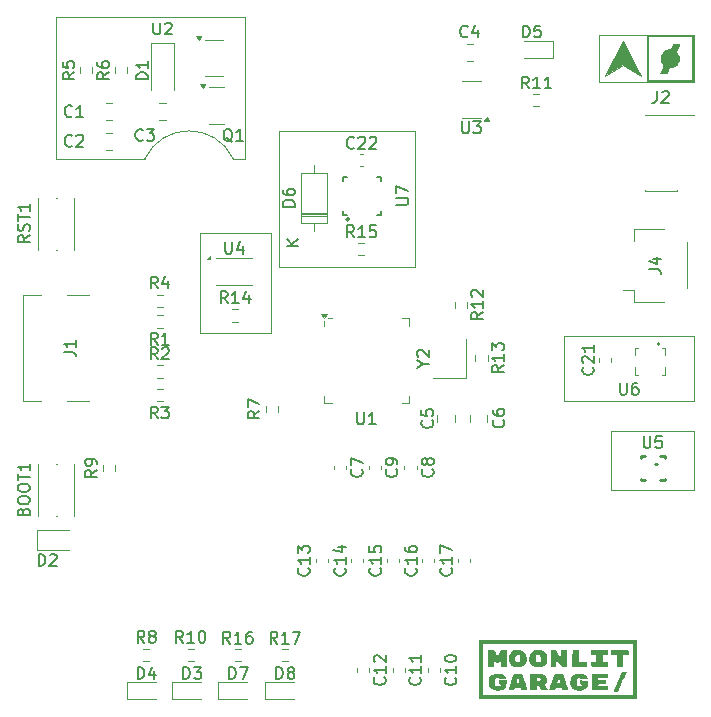
<source format=gbr>
%TF.GenerationSoftware,KiCad,Pcbnew,8.0.3*%
%TF.CreationDate,2024-09-03T15:58:32-04:00*%
%TF.ProjectId,AeroCore,4165726f-436f-4726-952e-6b696361645f,rev?*%
%TF.SameCoordinates,Original*%
%TF.FileFunction,Legend,Top*%
%TF.FilePolarity,Positive*%
%FSLAX46Y46*%
G04 Gerber Fmt 4.6, Leading zero omitted, Abs format (unit mm)*
G04 Created by KiCad (PCBNEW 8.0.3) date 2024-09-03 15:58:32*
%MOMM*%
%LPD*%
G01*
G04 APERTURE LIST*
%ADD10C,0.100000*%
%ADD11C,0.300000*%
%ADD12C,0.150000*%
%ADD13C,0.000000*%
%ADD14C,0.120000*%
%ADD15C,0.250000*%
G04 APERTURE END LIST*
D10*
X38494353Y-142987951D02*
X39506250Y-143000000D01*
X31000000Y-143000000D02*
G75*
G02*
X38494353Y-142987951I3750000J-1750000D01*
G01*
X23506250Y-143000000D02*
X31000000Y-143000000D01*
X39506250Y-143000000D02*
X39506250Y-131000000D01*
X23506250Y-131000000D02*
X23506250Y-143000000D01*
X23506250Y-131000000D02*
X39506250Y-131000000D01*
X35650000Y-157750000D02*
X35650000Y-149250000D01*
X41650000Y-157750000D02*
X35650000Y-157750000D01*
X41650000Y-149250000D02*
X41650000Y-157750000D01*
X35650000Y-149250000D02*
X41650000Y-149250000D01*
X53850000Y-152100000D02*
X53850000Y-140600000D01*
X42350000Y-140600000D02*
X42350000Y-152100000D01*
X53850000Y-140600000D02*
X42350000Y-140600000D01*
X73500000Y-136500000D02*
X73500000Y-132500000D01*
X77500000Y-136500000D02*
X69500000Y-136500000D01*
X77500000Y-132500000D02*
X77500000Y-136500000D01*
X69500000Y-132500000D02*
X77500000Y-132500000D01*
X73000000Y-136000000D02*
X71500000Y-135000000D01*
X70000000Y-136000000D01*
X71500000Y-133000000D01*
X73000000Y-136000000D01*
G36*
X73000000Y-136000000D02*
G01*
X71500000Y-135000000D01*
X70000000Y-136000000D01*
X71500000Y-133000000D01*
X73000000Y-136000000D01*
G37*
X66500000Y-158000000D02*
X66500000Y-163500000D01*
X77500000Y-158000000D02*
X66500000Y-158000000D01*
X77500000Y-163500000D02*
X77500000Y-158000000D01*
X66500000Y-163500000D02*
X77500000Y-163500000D01*
X77500000Y-166000000D02*
X70500000Y-166000000D01*
X77500000Y-171000000D02*
X77500000Y-166000000D01*
X70500000Y-171000000D02*
X77500000Y-171000000D01*
X70500000Y-166000000D02*
X70500000Y-171000000D01*
X69500000Y-136500000D02*
X69500000Y-132500000D01*
X42350000Y-152100000D02*
X53850000Y-152100000D01*
D11*
D12*
X42232142Y-184024819D02*
X41898809Y-183548628D01*
X41660714Y-184024819D02*
X41660714Y-183024819D01*
X41660714Y-183024819D02*
X42041666Y-183024819D01*
X42041666Y-183024819D02*
X42136904Y-183072438D01*
X42136904Y-183072438D02*
X42184523Y-183120057D01*
X42184523Y-183120057D02*
X42232142Y-183215295D01*
X42232142Y-183215295D02*
X42232142Y-183358152D01*
X42232142Y-183358152D02*
X42184523Y-183453390D01*
X42184523Y-183453390D02*
X42136904Y-183501009D01*
X42136904Y-183501009D02*
X42041666Y-183548628D01*
X42041666Y-183548628D02*
X41660714Y-183548628D01*
X43184523Y-184024819D02*
X42613095Y-184024819D01*
X42898809Y-184024819D02*
X42898809Y-183024819D01*
X42898809Y-183024819D02*
X42803571Y-183167676D01*
X42803571Y-183167676D02*
X42708333Y-183262914D01*
X42708333Y-183262914D02*
X42613095Y-183310533D01*
X43517857Y-183024819D02*
X44184523Y-183024819D01*
X44184523Y-183024819D02*
X43755952Y-184024819D01*
X38232142Y-184024819D02*
X37898809Y-183548628D01*
X37660714Y-184024819D02*
X37660714Y-183024819D01*
X37660714Y-183024819D02*
X38041666Y-183024819D01*
X38041666Y-183024819D02*
X38136904Y-183072438D01*
X38136904Y-183072438D02*
X38184523Y-183120057D01*
X38184523Y-183120057D02*
X38232142Y-183215295D01*
X38232142Y-183215295D02*
X38232142Y-183358152D01*
X38232142Y-183358152D02*
X38184523Y-183453390D01*
X38184523Y-183453390D02*
X38136904Y-183501009D01*
X38136904Y-183501009D02*
X38041666Y-183548628D01*
X38041666Y-183548628D02*
X37660714Y-183548628D01*
X39184523Y-184024819D02*
X38613095Y-184024819D01*
X38898809Y-184024819D02*
X38898809Y-183024819D01*
X38898809Y-183024819D02*
X38803571Y-183167676D01*
X38803571Y-183167676D02*
X38708333Y-183262914D01*
X38708333Y-183262914D02*
X38613095Y-183310533D01*
X40041666Y-183024819D02*
X39851190Y-183024819D01*
X39851190Y-183024819D02*
X39755952Y-183072438D01*
X39755952Y-183072438D02*
X39708333Y-183120057D01*
X39708333Y-183120057D02*
X39613095Y-183262914D01*
X39613095Y-183262914D02*
X39565476Y-183453390D01*
X39565476Y-183453390D02*
X39565476Y-183834342D01*
X39565476Y-183834342D02*
X39613095Y-183929580D01*
X39613095Y-183929580D02*
X39660714Y-183977200D01*
X39660714Y-183977200D02*
X39755952Y-184024819D01*
X39755952Y-184024819D02*
X39946428Y-184024819D01*
X39946428Y-184024819D02*
X40041666Y-183977200D01*
X40041666Y-183977200D02*
X40089285Y-183929580D01*
X40089285Y-183929580D02*
X40136904Y-183834342D01*
X40136904Y-183834342D02*
X40136904Y-183596247D01*
X40136904Y-183596247D02*
X40089285Y-183501009D01*
X40089285Y-183501009D02*
X40041666Y-183453390D01*
X40041666Y-183453390D02*
X39946428Y-183405771D01*
X39946428Y-183405771D02*
X39755952Y-183405771D01*
X39755952Y-183405771D02*
X39660714Y-183453390D01*
X39660714Y-183453390D02*
X39613095Y-183501009D01*
X39613095Y-183501009D02*
X39565476Y-183596247D01*
X42136905Y-187024819D02*
X42136905Y-186024819D01*
X42136905Y-186024819D02*
X42375000Y-186024819D01*
X42375000Y-186024819D02*
X42517857Y-186072438D01*
X42517857Y-186072438D02*
X42613095Y-186167676D01*
X42613095Y-186167676D02*
X42660714Y-186262914D01*
X42660714Y-186262914D02*
X42708333Y-186453390D01*
X42708333Y-186453390D02*
X42708333Y-186596247D01*
X42708333Y-186596247D02*
X42660714Y-186786723D01*
X42660714Y-186786723D02*
X42613095Y-186881961D01*
X42613095Y-186881961D02*
X42517857Y-186977200D01*
X42517857Y-186977200D02*
X42375000Y-187024819D01*
X42375000Y-187024819D02*
X42136905Y-187024819D01*
X43279762Y-186453390D02*
X43184524Y-186405771D01*
X43184524Y-186405771D02*
X43136905Y-186358152D01*
X43136905Y-186358152D02*
X43089286Y-186262914D01*
X43089286Y-186262914D02*
X43089286Y-186215295D01*
X43089286Y-186215295D02*
X43136905Y-186120057D01*
X43136905Y-186120057D02*
X43184524Y-186072438D01*
X43184524Y-186072438D02*
X43279762Y-186024819D01*
X43279762Y-186024819D02*
X43470238Y-186024819D01*
X43470238Y-186024819D02*
X43565476Y-186072438D01*
X43565476Y-186072438D02*
X43613095Y-186120057D01*
X43613095Y-186120057D02*
X43660714Y-186215295D01*
X43660714Y-186215295D02*
X43660714Y-186262914D01*
X43660714Y-186262914D02*
X43613095Y-186358152D01*
X43613095Y-186358152D02*
X43565476Y-186405771D01*
X43565476Y-186405771D02*
X43470238Y-186453390D01*
X43470238Y-186453390D02*
X43279762Y-186453390D01*
X43279762Y-186453390D02*
X43184524Y-186501009D01*
X43184524Y-186501009D02*
X43136905Y-186548628D01*
X43136905Y-186548628D02*
X43089286Y-186643866D01*
X43089286Y-186643866D02*
X43089286Y-186834342D01*
X43089286Y-186834342D02*
X43136905Y-186929580D01*
X43136905Y-186929580D02*
X43184524Y-186977200D01*
X43184524Y-186977200D02*
X43279762Y-187024819D01*
X43279762Y-187024819D02*
X43470238Y-187024819D01*
X43470238Y-187024819D02*
X43565476Y-186977200D01*
X43565476Y-186977200D02*
X43613095Y-186929580D01*
X43613095Y-186929580D02*
X43660714Y-186834342D01*
X43660714Y-186834342D02*
X43660714Y-186643866D01*
X43660714Y-186643866D02*
X43613095Y-186548628D01*
X43613095Y-186548628D02*
X43565476Y-186501009D01*
X43565476Y-186501009D02*
X43470238Y-186453390D01*
X38136905Y-187024819D02*
X38136905Y-186024819D01*
X38136905Y-186024819D02*
X38375000Y-186024819D01*
X38375000Y-186024819D02*
X38517857Y-186072438D01*
X38517857Y-186072438D02*
X38613095Y-186167676D01*
X38613095Y-186167676D02*
X38660714Y-186262914D01*
X38660714Y-186262914D02*
X38708333Y-186453390D01*
X38708333Y-186453390D02*
X38708333Y-186596247D01*
X38708333Y-186596247D02*
X38660714Y-186786723D01*
X38660714Y-186786723D02*
X38613095Y-186881961D01*
X38613095Y-186881961D02*
X38517857Y-186977200D01*
X38517857Y-186977200D02*
X38375000Y-187024819D01*
X38375000Y-187024819D02*
X38136905Y-187024819D01*
X39041667Y-186024819D02*
X39708333Y-186024819D01*
X39708333Y-186024819D02*
X39279762Y-187024819D01*
D11*
D12*
X44859580Y-177642857D02*
X44907200Y-177690476D01*
X44907200Y-177690476D02*
X44954819Y-177833333D01*
X44954819Y-177833333D02*
X44954819Y-177928571D01*
X44954819Y-177928571D02*
X44907200Y-178071428D01*
X44907200Y-178071428D02*
X44811961Y-178166666D01*
X44811961Y-178166666D02*
X44716723Y-178214285D01*
X44716723Y-178214285D02*
X44526247Y-178261904D01*
X44526247Y-178261904D02*
X44383390Y-178261904D01*
X44383390Y-178261904D02*
X44192914Y-178214285D01*
X44192914Y-178214285D02*
X44097676Y-178166666D01*
X44097676Y-178166666D02*
X44002438Y-178071428D01*
X44002438Y-178071428D02*
X43954819Y-177928571D01*
X43954819Y-177928571D02*
X43954819Y-177833333D01*
X43954819Y-177833333D02*
X44002438Y-177690476D01*
X44002438Y-177690476D02*
X44050057Y-177642857D01*
X44954819Y-176690476D02*
X44954819Y-177261904D01*
X44954819Y-176976190D02*
X43954819Y-176976190D01*
X43954819Y-176976190D02*
X44097676Y-177071428D01*
X44097676Y-177071428D02*
X44192914Y-177166666D01*
X44192914Y-177166666D02*
X44240533Y-177261904D01*
X43954819Y-176357142D02*
X43954819Y-175738095D01*
X43954819Y-175738095D02*
X44335771Y-176071428D01*
X44335771Y-176071428D02*
X44335771Y-175928571D01*
X44335771Y-175928571D02*
X44383390Y-175833333D01*
X44383390Y-175833333D02*
X44431009Y-175785714D01*
X44431009Y-175785714D02*
X44526247Y-175738095D01*
X44526247Y-175738095D02*
X44764342Y-175738095D01*
X44764342Y-175738095D02*
X44859580Y-175785714D01*
X44859580Y-175785714D02*
X44907200Y-175833333D01*
X44907200Y-175833333D02*
X44954819Y-175928571D01*
X44954819Y-175928571D02*
X44954819Y-176214285D01*
X44954819Y-176214285D02*
X44907200Y-176309523D01*
X44907200Y-176309523D02*
X44859580Y-176357142D01*
X49359580Y-169279166D02*
X49407200Y-169326785D01*
X49407200Y-169326785D02*
X49454819Y-169469642D01*
X49454819Y-169469642D02*
X49454819Y-169564880D01*
X49454819Y-169564880D02*
X49407200Y-169707737D01*
X49407200Y-169707737D02*
X49311961Y-169802975D01*
X49311961Y-169802975D02*
X49216723Y-169850594D01*
X49216723Y-169850594D02*
X49026247Y-169898213D01*
X49026247Y-169898213D02*
X48883390Y-169898213D01*
X48883390Y-169898213D02*
X48692914Y-169850594D01*
X48692914Y-169850594D02*
X48597676Y-169802975D01*
X48597676Y-169802975D02*
X48502438Y-169707737D01*
X48502438Y-169707737D02*
X48454819Y-169564880D01*
X48454819Y-169564880D02*
X48454819Y-169469642D01*
X48454819Y-169469642D02*
X48502438Y-169326785D01*
X48502438Y-169326785D02*
X48550057Y-169279166D01*
X48454819Y-168945832D02*
X48454819Y-168279166D01*
X48454819Y-168279166D02*
X49454819Y-168707737D01*
X57289580Y-186905357D02*
X57337200Y-186952976D01*
X57337200Y-186952976D02*
X57384819Y-187095833D01*
X57384819Y-187095833D02*
X57384819Y-187191071D01*
X57384819Y-187191071D02*
X57337200Y-187333928D01*
X57337200Y-187333928D02*
X57241961Y-187429166D01*
X57241961Y-187429166D02*
X57146723Y-187476785D01*
X57146723Y-187476785D02*
X56956247Y-187524404D01*
X56956247Y-187524404D02*
X56813390Y-187524404D01*
X56813390Y-187524404D02*
X56622914Y-187476785D01*
X56622914Y-187476785D02*
X56527676Y-187429166D01*
X56527676Y-187429166D02*
X56432438Y-187333928D01*
X56432438Y-187333928D02*
X56384819Y-187191071D01*
X56384819Y-187191071D02*
X56384819Y-187095833D01*
X56384819Y-187095833D02*
X56432438Y-186952976D01*
X56432438Y-186952976D02*
X56480057Y-186905357D01*
X57384819Y-185952976D02*
X57384819Y-186524404D01*
X57384819Y-186238690D02*
X56384819Y-186238690D01*
X56384819Y-186238690D02*
X56527676Y-186333928D01*
X56527676Y-186333928D02*
X56622914Y-186429166D01*
X56622914Y-186429166D02*
X56670533Y-186524404D01*
X56384819Y-185333928D02*
X56384819Y-185238690D01*
X56384819Y-185238690D02*
X56432438Y-185143452D01*
X56432438Y-185143452D02*
X56480057Y-185095833D01*
X56480057Y-185095833D02*
X56575295Y-185048214D01*
X56575295Y-185048214D02*
X56765771Y-185000595D01*
X56765771Y-185000595D02*
X57003866Y-185000595D01*
X57003866Y-185000595D02*
X57194342Y-185048214D01*
X57194342Y-185048214D02*
X57289580Y-185095833D01*
X57289580Y-185095833D02*
X57337200Y-185143452D01*
X57337200Y-185143452D02*
X57384819Y-185238690D01*
X57384819Y-185238690D02*
X57384819Y-185333928D01*
X57384819Y-185333928D02*
X57337200Y-185429166D01*
X57337200Y-185429166D02*
X57289580Y-185476785D01*
X57289580Y-185476785D02*
X57194342Y-185524404D01*
X57194342Y-185524404D02*
X57003866Y-185572023D01*
X57003866Y-185572023D02*
X56765771Y-185572023D01*
X56765771Y-185572023D02*
X56575295Y-185524404D01*
X56575295Y-185524404D02*
X56480057Y-185476785D01*
X56480057Y-185476785D02*
X56432438Y-185429166D01*
X56432438Y-185429166D02*
X56384819Y-185333928D01*
X73704819Y-152333333D02*
X74419104Y-152333333D01*
X74419104Y-152333333D02*
X74561961Y-152380952D01*
X74561961Y-152380952D02*
X74657200Y-152476190D01*
X74657200Y-152476190D02*
X74704819Y-152619047D01*
X74704819Y-152619047D02*
X74704819Y-152714285D01*
X74038152Y-151428571D02*
X74704819Y-151428571D01*
X73657200Y-151666666D02*
X74371485Y-151904761D01*
X74371485Y-151904761D02*
X74371485Y-151285714D01*
X47929580Y-177642857D02*
X47977200Y-177690476D01*
X47977200Y-177690476D02*
X48024819Y-177833333D01*
X48024819Y-177833333D02*
X48024819Y-177928571D01*
X48024819Y-177928571D02*
X47977200Y-178071428D01*
X47977200Y-178071428D02*
X47881961Y-178166666D01*
X47881961Y-178166666D02*
X47786723Y-178214285D01*
X47786723Y-178214285D02*
X47596247Y-178261904D01*
X47596247Y-178261904D02*
X47453390Y-178261904D01*
X47453390Y-178261904D02*
X47262914Y-178214285D01*
X47262914Y-178214285D02*
X47167676Y-178166666D01*
X47167676Y-178166666D02*
X47072438Y-178071428D01*
X47072438Y-178071428D02*
X47024819Y-177928571D01*
X47024819Y-177928571D02*
X47024819Y-177833333D01*
X47024819Y-177833333D02*
X47072438Y-177690476D01*
X47072438Y-177690476D02*
X47120057Y-177642857D01*
X48024819Y-176690476D02*
X48024819Y-177261904D01*
X48024819Y-176976190D02*
X47024819Y-176976190D01*
X47024819Y-176976190D02*
X47167676Y-177071428D01*
X47167676Y-177071428D02*
X47262914Y-177166666D01*
X47262914Y-177166666D02*
X47310533Y-177261904D01*
X47358152Y-175833333D02*
X48024819Y-175833333D01*
X46977200Y-176071428D02*
X47691485Y-176309523D01*
X47691485Y-176309523D02*
X47691485Y-175690476D01*
X50929580Y-177642857D02*
X50977200Y-177690476D01*
X50977200Y-177690476D02*
X51024819Y-177833333D01*
X51024819Y-177833333D02*
X51024819Y-177928571D01*
X51024819Y-177928571D02*
X50977200Y-178071428D01*
X50977200Y-178071428D02*
X50881961Y-178166666D01*
X50881961Y-178166666D02*
X50786723Y-178214285D01*
X50786723Y-178214285D02*
X50596247Y-178261904D01*
X50596247Y-178261904D02*
X50453390Y-178261904D01*
X50453390Y-178261904D02*
X50262914Y-178214285D01*
X50262914Y-178214285D02*
X50167676Y-178166666D01*
X50167676Y-178166666D02*
X50072438Y-178071428D01*
X50072438Y-178071428D02*
X50024819Y-177928571D01*
X50024819Y-177928571D02*
X50024819Y-177833333D01*
X50024819Y-177833333D02*
X50072438Y-177690476D01*
X50072438Y-177690476D02*
X50120057Y-177642857D01*
X51024819Y-176690476D02*
X51024819Y-177261904D01*
X51024819Y-176976190D02*
X50024819Y-176976190D01*
X50024819Y-176976190D02*
X50167676Y-177071428D01*
X50167676Y-177071428D02*
X50262914Y-177166666D01*
X50262914Y-177166666D02*
X50310533Y-177261904D01*
X50024819Y-175785714D02*
X50024819Y-176261904D01*
X50024819Y-176261904D02*
X50501009Y-176309523D01*
X50501009Y-176309523D02*
X50453390Y-176261904D01*
X50453390Y-176261904D02*
X50405771Y-176166666D01*
X50405771Y-176166666D02*
X50405771Y-175928571D01*
X50405771Y-175928571D02*
X50453390Y-175833333D01*
X50453390Y-175833333D02*
X50501009Y-175785714D01*
X50501009Y-175785714D02*
X50596247Y-175738095D01*
X50596247Y-175738095D02*
X50834342Y-175738095D01*
X50834342Y-175738095D02*
X50929580Y-175785714D01*
X50929580Y-175785714D02*
X50977200Y-175833333D01*
X50977200Y-175833333D02*
X51024819Y-175928571D01*
X51024819Y-175928571D02*
X51024819Y-176166666D01*
X51024819Y-176166666D02*
X50977200Y-176261904D01*
X50977200Y-176261904D02*
X50929580Y-176309523D01*
X48707142Y-142029580D02*
X48659523Y-142077200D01*
X48659523Y-142077200D02*
X48516666Y-142124819D01*
X48516666Y-142124819D02*
X48421428Y-142124819D01*
X48421428Y-142124819D02*
X48278571Y-142077200D01*
X48278571Y-142077200D02*
X48183333Y-141981961D01*
X48183333Y-141981961D02*
X48135714Y-141886723D01*
X48135714Y-141886723D02*
X48088095Y-141696247D01*
X48088095Y-141696247D02*
X48088095Y-141553390D01*
X48088095Y-141553390D02*
X48135714Y-141362914D01*
X48135714Y-141362914D02*
X48183333Y-141267676D01*
X48183333Y-141267676D02*
X48278571Y-141172438D01*
X48278571Y-141172438D02*
X48421428Y-141124819D01*
X48421428Y-141124819D02*
X48516666Y-141124819D01*
X48516666Y-141124819D02*
X48659523Y-141172438D01*
X48659523Y-141172438D02*
X48707142Y-141220057D01*
X49088095Y-141220057D02*
X49135714Y-141172438D01*
X49135714Y-141172438D02*
X49230952Y-141124819D01*
X49230952Y-141124819D02*
X49469047Y-141124819D01*
X49469047Y-141124819D02*
X49564285Y-141172438D01*
X49564285Y-141172438D02*
X49611904Y-141220057D01*
X49611904Y-141220057D02*
X49659523Y-141315295D01*
X49659523Y-141315295D02*
X49659523Y-141410533D01*
X49659523Y-141410533D02*
X49611904Y-141553390D01*
X49611904Y-141553390D02*
X49040476Y-142124819D01*
X49040476Y-142124819D02*
X49659523Y-142124819D01*
X50040476Y-141220057D02*
X50088095Y-141172438D01*
X50088095Y-141172438D02*
X50183333Y-141124819D01*
X50183333Y-141124819D02*
X50421428Y-141124819D01*
X50421428Y-141124819D02*
X50516666Y-141172438D01*
X50516666Y-141172438D02*
X50564285Y-141220057D01*
X50564285Y-141220057D02*
X50611904Y-141315295D01*
X50611904Y-141315295D02*
X50611904Y-141410533D01*
X50611904Y-141410533D02*
X50564285Y-141553390D01*
X50564285Y-141553390D02*
X49992857Y-142124819D01*
X49992857Y-142124819D02*
X50611904Y-142124819D01*
X34261905Y-187024819D02*
X34261905Y-186024819D01*
X34261905Y-186024819D02*
X34500000Y-186024819D01*
X34500000Y-186024819D02*
X34642857Y-186072438D01*
X34642857Y-186072438D02*
X34738095Y-186167676D01*
X34738095Y-186167676D02*
X34785714Y-186262914D01*
X34785714Y-186262914D02*
X34833333Y-186453390D01*
X34833333Y-186453390D02*
X34833333Y-186596247D01*
X34833333Y-186596247D02*
X34785714Y-186786723D01*
X34785714Y-186786723D02*
X34738095Y-186881961D01*
X34738095Y-186881961D02*
X34642857Y-186977200D01*
X34642857Y-186977200D02*
X34500000Y-187024819D01*
X34500000Y-187024819D02*
X34261905Y-187024819D01*
X35166667Y-186024819D02*
X35785714Y-186024819D01*
X35785714Y-186024819D02*
X35452381Y-186405771D01*
X35452381Y-186405771D02*
X35595238Y-186405771D01*
X35595238Y-186405771D02*
X35690476Y-186453390D01*
X35690476Y-186453390D02*
X35738095Y-186501009D01*
X35738095Y-186501009D02*
X35785714Y-186596247D01*
X35785714Y-186596247D02*
X35785714Y-186834342D01*
X35785714Y-186834342D02*
X35738095Y-186929580D01*
X35738095Y-186929580D02*
X35690476Y-186977200D01*
X35690476Y-186977200D02*
X35595238Y-187024819D01*
X35595238Y-187024819D02*
X35309524Y-187024819D01*
X35309524Y-187024819D02*
X35214286Y-186977200D01*
X35214286Y-186977200D02*
X35166667Y-186929580D01*
X56929580Y-177642857D02*
X56977200Y-177690476D01*
X56977200Y-177690476D02*
X57024819Y-177833333D01*
X57024819Y-177833333D02*
X57024819Y-177928571D01*
X57024819Y-177928571D02*
X56977200Y-178071428D01*
X56977200Y-178071428D02*
X56881961Y-178166666D01*
X56881961Y-178166666D02*
X56786723Y-178214285D01*
X56786723Y-178214285D02*
X56596247Y-178261904D01*
X56596247Y-178261904D02*
X56453390Y-178261904D01*
X56453390Y-178261904D02*
X56262914Y-178214285D01*
X56262914Y-178214285D02*
X56167676Y-178166666D01*
X56167676Y-178166666D02*
X56072438Y-178071428D01*
X56072438Y-178071428D02*
X56024819Y-177928571D01*
X56024819Y-177928571D02*
X56024819Y-177833333D01*
X56024819Y-177833333D02*
X56072438Y-177690476D01*
X56072438Y-177690476D02*
X56120057Y-177642857D01*
X57024819Y-176690476D02*
X57024819Y-177261904D01*
X57024819Y-176976190D02*
X56024819Y-176976190D01*
X56024819Y-176976190D02*
X56167676Y-177071428D01*
X56167676Y-177071428D02*
X56262914Y-177166666D01*
X56262914Y-177166666D02*
X56310533Y-177261904D01*
X56024819Y-176357142D02*
X56024819Y-175690476D01*
X56024819Y-175690476D02*
X57024819Y-176119047D01*
X53929580Y-177642857D02*
X53977200Y-177690476D01*
X53977200Y-177690476D02*
X54024819Y-177833333D01*
X54024819Y-177833333D02*
X54024819Y-177928571D01*
X54024819Y-177928571D02*
X53977200Y-178071428D01*
X53977200Y-178071428D02*
X53881961Y-178166666D01*
X53881961Y-178166666D02*
X53786723Y-178214285D01*
X53786723Y-178214285D02*
X53596247Y-178261904D01*
X53596247Y-178261904D02*
X53453390Y-178261904D01*
X53453390Y-178261904D02*
X53262914Y-178214285D01*
X53262914Y-178214285D02*
X53167676Y-178166666D01*
X53167676Y-178166666D02*
X53072438Y-178071428D01*
X53072438Y-178071428D02*
X53024819Y-177928571D01*
X53024819Y-177928571D02*
X53024819Y-177833333D01*
X53024819Y-177833333D02*
X53072438Y-177690476D01*
X53072438Y-177690476D02*
X53120057Y-177642857D01*
X54024819Y-176690476D02*
X54024819Y-177261904D01*
X54024819Y-176976190D02*
X53024819Y-176976190D01*
X53024819Y-176976190D02*
X53167676Y-177071428D01*
X53167676Y-177071428D02*
X53262914Y-177166666D01*
X53262914Y-177166666D02*
X53310533Y-177261904D01*
X53024819Y-175833333D02*
X53024819Y-176023809D01*
X53024819Y-176023809D02*
X53072438Y-176119047D01*
X53072438Y-176119047D02*
X53120057Y-176166666D01*
X53120057Y-176166666D02*
X53262914Y-176261904D01*
X53262914Y-176261904D02*
X53453390Y-176309523D01*
X53453390Y-176309523D02*
X53834342Y-176309523D01*
X53834342Y-176309523D02*
X53929580Y-176261904D01*
X53929580Y-176261904D02*
X53977200Y-176214285D01*
X53977200Y-176214285D02*
X54024819Y-176119047D01*
X54024819Y-176119047D02*
X54024819Y-175928571D01*
X54024819Y-175928571D02*
X53977200Y-175833333D01*
X53977200Y-175833333D02*
X53929580Y-175785714D01*
X53929580Y-175785714D02*
X53834342Y-175738095D01*
X53834342Y-175738095D02*
X53596247Y-175738095D01*
X53596247Y-175738095D02*
X53501009Y-175785714D01*
X53501009Y-175785714D02*
X53453390Y-175833333D01*
X53453390Y-175833333D02*
X53405771Y-175928571D01*
X53405771Y-175928571D02*
X53405771Y-176119047D01*
X53405771Y-176119047D02*
X53453390Y-176214285D01*
X53453390Y-176214285D02*
X53501009Y-176261904D01*
X53501009Y-176261904D02*
X53596247Y-176309523D01*
X63011905Y-132704819D02*
X63011905Y-131704819D01*
X63011905Y-131704819D02*
X63250000Y-131704819D01*
X63250000Y-131704819D02*
X63392857Y-131752438D01*
X63392857Y-131752438D02*
X63488095Y-131847676D01*
X63488095Y-131847676D02*
X63535714Y-131942914D01*
X63535714Y-131942914D02*
X63583333Y-132133390D01*
X63583333Y-132133390D02*
X63583333Y-132276247D01*
X63583333Y-132276247D02*
X63535714Y-132466723D01*
X63535714Y-132466723D02*
X63488095Y-132561961D01*
X63488095Y-132561961D02*
X63392857Y-132657200D01*
X63392857Y-132657200D02*
X63250000Y-132704819D01*
X63250000Y-132704819D02*
X63011905Y-132704819D01*
X64488095Y-131704819D02*
X64011905Y-131704819D01*
X64011905Y-131704819D02*
X63964286Y-132181009D01*
X63964286Y-132181009D02*
X64011905Y-132133390D01*
X64011905Y-132133390D02*
X64107143Y-132085771D01*
X64107143Y-132085771D02*
X64345238Y-132085771D01*
X64345238Y-132085771D02*
X64440476Y-132133390D01*
X64440476Y-132133390D02*
X64488095Y-132181009D01*
X64488095Y-132181009D02*
X64535714Y-132276247D01*
X64535714Y-132276247D02*
X64535714Y-132514342D01*
X64535714Y-132514342D02*
X64488095Y-132609580D01*
X64488095Y-132609580D02*
X64440476Y-132657200D01*
X64440476Y-132657200D02*
X64345238Y-132704819D01*
X64345238Y-132704819D02*
X64107143Y-132704819D01*
X64107143Y-132704819D02*
X64011905Y-132657200D01*
X64011905Y-132657200D02*
X63964286Y-132609580D01*
X68929580Y-160642857D02*
X68977200Y-160690476D01*
X68977200Y-160690476D02*
X69024819Y-160833333D01*
X69024819Y-160833333D02*
X69024819Y-160928571D01*
X69024819Y-160928571D02*
X68977200Y-161071428D01*
X68977200Y-161071428D02*
X68881961Y-161166666D01*
X68881961Y-161166666D02*
X68786723Y-161214285D01*
X68786723Y-161214285D02*
X68596247Y-161261904D01*
X68596247Y-161261904D02*
X68453390Y-161261904D01*
X68453390Y-161261904D02*
X68262914Y-161214285D01*
X68262914Y-161214285D02*
X68167676Y-161166666D01*
X68167676Y-161166666D02*
X68072438Y-161071428D01*
X68072438Y-161071428D02*
X68024819Y-160928571D01*
X68024819Y-160928571D02*
X68024819Y-160833333D01*
X68024819Y-160833333D02*
X68072438Y-160690476D01*
X68072438Y-160690476D02*
X68120057Y-160642857D01*
X68120057Y-160261904D02*
X68072438Y-160214285D01*
X68072438Y-160214285D02*
X68024819Y-160119047D01*
X68024819Y-160119047D02*
X68024819Y-159880952D01*
X68024819Y-159880952D02*
X68072438Y-159785714D01*
X68072438Y-159785714D02*
X68120057Y-159738095D01*
X68120057Y-159738095D02*
X68215295Y-159690476D01*
X68215295Y-159690476D02*
X68310533Y-159690476D01*
X68310533Y-159690476D02*
X68453390Y-159738095D01*
X68453390Y-159738095D02*
X69024819Y-160309523D01*
X69024819Y-160309523D02*
X69024819Y-159690476D01*
X69024819Y-158738095D02*
X69024819Y-159309523D01*
X69024819Y-159023809D02*
X68024819Y-159023809D01*
X68024819Y-159023809D02*
X68167676Y-159119047D01*
X68167676Y-159119047D02*
X68262914Y-159214285D01*
X68262914Y-159214285D02*
X68310533Y-159309523D01*
X57875595Y-139804819D02*
X57875595Y-140614342D01*
X57875595Y-140614342D02*
X57923214Y-140709580D01*
X57923214Y-140709580D02*
X57970833Y-140757200D01*
X57970833Y-140757200D02*
X58066071Y-140804819D01*
X58066071Y-140804819D02*
X58256547Y-140804819D01*
X58256547Y-140804819D02*
X58351785Y-140757200D01*
X58351785Y-140757200D02*
X58399404Y-140709580D01*
X58399404Y-140709580D02*
X58447023Y-140614342D01*
X58447023Y-140614342D02*
X58447023Y-139804819D01*
X58827976Y-139804819D02*
X59447023Y-139804819D01*
X59447023Y-139804819D02*
X59113690Y-140185771D01*
X59113690Y-140185771D02*
X59256547Y-140185771D01*
X59256547Y-140185771D02*
X59351785Y-140233390D01*
X59351785Y-140233390D02*
X59399404Y-140281009D01*
X59399404Y-140281009D02*
X59447023Y-140376247D01*
X59447023Y-140376247D02*
X59447023Y-140614342D01*
X59447023Y-140614342D02*
X59399404Y-140709580D01*
X59399404Y-140709580D02*
X59351785Y-140757200D01*
X59351785Y-140757200D02*
X59256547Y-140804819D01*
X59256547Y-140804819D02*
X58970833Y-140804819D01*
X58970833Y-140804819D02*
X58875595Y-140757200D01*
X58875595Y-140757200D02*
X58827976Y-140709580D01*
X54289580Y-186892857D02*
X54337200Y-186940476D01*
X54337200Y-186940476D02*
X54384819Y-187083333D01*
X54384819Y-187083333D02*
X54384819Y-187178571D01*
X54384819Y-187178571D02*
X54337200Y-187321428D01*
X54337200Y-187321428D02*
X54241961Y-187416666D01*
X54241961Y-187416666D02*
X54146723Y-187464285D01*
X54146723Y-187464285D02*
X53956247Y-187511904D01*
X53956247Y-187511904D02*
X53813390Y-187511904D01*
X53813390Y-187511904D02*
X53622914Y-187464285D01*
X53622914Y-187464285D02*
X53527676Y-187416666D01*
X53527676Y-187416666D02*
X53432438Y-187321428D01*
X53432438Y-187321428D02*
X53384819Y-187178571D01*
X53384819Y-187178571D02*
X53384819Y-187083333D01*
X53384819Y-187083333D02*
X53432438Y-186940476D01*
X53432438Y-186940476D02*
X53480057Y-186892857D01*
X54384819Y-185940476D02*
X54384819Y-186511904D01*
X54384819Y-186226190D02*
X53384819Y-186226190D01*
X53384819Y-186226190D02*
X53527676Y-186321428D01*
X53527676Y-186321428D02*
X53622914Y-186416666D01*
X53622914Y-186416666D02*
X53670533Y-186511904D01*
X54384819Y-184988095D02*
X54384819Y-185559523D01*
X54384819Y-185273809D02*
X53384819Y-185273809D01*
X53384819Y-185273809D02*
X53527676Y-185369047D01*
X53527676Y-185369047D02*
X53622914Y-185464285D01*
X53622914Y-185464285D02*
X53670533Y-185559523D01*
X43684819Y-147028094D02*
X42684819Y-147028094D01*
X42684819Y-147028094D02*
X42684819Y-146789999D01*
X42684819Y-146789999D02*
X42732438Y-146647142D01*
X42732438Y-146647142D02*
X42827676Y-146551904D01*
X42827676Y-146551904D02*
X42922914Y-146504285D01*
X42922914Y-146504285D02*
X43113390Y-146456666D01*
X43113390Y-146456666D02*
X43256247Y-146456666D01*
X43256247Y-146456666D02*
X43446723Y-146504285D01*
X43446723Y-146504285D02*
X43541961Y-146551904D01*
X43541961Y-146551904D02*
X43637200Y-146647142D01*
X43637200Y-146647142D02*
X43684819Y-146789999D01*
X43684819Y-146789999D02*
X43684819Y-147028094D01*
X42684819Y-145599523D02*
X42684819Y-145789999D01*
X42684819Y-145789999D02*
X42732438Y-145885237D01*
X42732438Y-145885237D02*
X42780057Y-145932856D01*
X42780057Y-145932856D02*
X42922914Y-146028094D01*
X42922914Y-146028094D02*
X43113390Y-146075713D01*
X43113390Y-146075713D02*
X43494342Y-146075713D01*
X43494342Y-146075713D02*
X43589580Y-146028094D01*
X43589580Y-146028094D02*
X43637200Y-145980475D01*
X43637200Y-145980475D02*
X43684819Y-145885237D01*
X43684819Y-145885237D02*
X43684819Y-145694761D01*
X43684819Y-145694761D02*
X43637200Y-145599523D01*
X43637200Y-145599523D02*
X43589580Y-145551904D01*
X43589580Y-145551904D02*
X43494342Y-145504285D01*
X43494342Y-145504285D02*
X43256247Y-145504285D01*
X43256247Y-145504285D02*
X43161009Y-145551904D01*
X43161009Y-145551904D02*
X43113390Y-145599523D01*
X43113390Y-145599523D02*
X43065771Y-145694761D01*
X43065771Y-145694761D02*
X43065771Y-145885237D01*
X43065771Y-145885237D02*
X43113390Y-145980475D01*
X43113390Y-145980475D02*
X43161009Y-146028094D01*
X43161009Y-146028094D02*
X43256247Y-146075713D01*
X44004819Y-150361904D02*
X43004819Y-150361904D01*
X44004819Y-149790476D02*
X43433390Y-150219047D01*
X43004819Y-149790476D02*
X43576247Y-150361904D01*
X52289580Y-169279166D02*
X52337200Y-169326785D01*
X52337200Y-169326785D02*
X52384819Y-169469642D01*
X52384819Y-169469642D02*
X52384819Y-169564880D01*
X52384819Y-169564880D02*
X52337200Y-169707737D01*
X52337200Y-169707737D02*
X52241961Y-169802975D01*
X52241961Y-169802975D02*
X52146723Y-169850594D01*
X52146723Y-169850594D02*
X51956247Y-169898213D01*
X51956247Y-169898213D02*
X51813390Y-169898213D01*
X51813390Y-169898213D02*
X51622914Y-169850594D01*
X51622914Y-169850594D02*
X51527676Y-169802975D01*
X51527676Y-169802975D02*
X51432438Y-169707737D01*
X51432438Y-169707737D02*
X51384819Y-169564880D01*
X51384819Y-169564880D02*
X51384819Y-169469642D01*
X51384819Y-169469642D02*
X51432438Y-169326785D01*
X51432438Y-169326785D02*
X51480057Y-169279166D01*
X52384819Y-168802975D02*
X52384819Y-168612499D01*
X52384819Y-168612499D02*
X52337200Y-168517261D01*
X52337200Y-168517261D02*
X52289580Y-168469642D01*
X52289580Y-168469642D02*
X52146723Y-168374404D01*
X52146723Y-168374404D02*
X51956247Y-168326785D01*
X51956247Y-168326785D02*
X51575295Y-168326785D01*
X51575295Y-168326785D02*
X51480057Y-168374404D01*
X51480057Y-168374404D02*
X51432438Y-168422023D01*
X51432438Y-168422023D02*
X51384819Y-168517261D01*
X51384819Y-168517261D02*
X51384819Y-168707737D01*
X51384819Y-168707737D02*
X51432438Y-168802975D01*
X51432438Y-168802975D02*
X51480057Y-168850594D01*
X51480057Y-168850594D02*
X51575295Y-168898213D01*
X51575295Y-168898213D02*
X51813390Y-168898213D01*
X51813390Y-168898213D02*
X51908628Y-168850594D01*
X51908628Y-168850594D02*
X51956247Y-168802975D01*
X51956247Y-168802975D02*
X52003866Y-168707737D01*
X52003866Y-168707737D02*
X52003866Y-168517261D01*
X52003866Y-168517261D02*
X51956247Y-168422023D01*
X51956247Y-168422023D02*
X51908628Y-168374404D01*
X51908628Y-168374404D02*
X51813390Y-168326785D01*
X32083333Y-164954819D02*
X31750000Y-164478628D01*
X31511905Y-164954819D02*
X31511905Y-163954819D01*
X31511905Y-163954819D02*
X31892857Y-163954819D01*
X31892857Y-163954819D02*
X31988095Y-164002438D01*
X31988095Y-164002438D02*
X32035714Y-164050057D01*
X32035714Y-164050057D02*
X32083333Y-164145295D01*
X32083333Y-164145295D02*
X32083333Y-164288152D01*
X32083333Y-164288152D02*
X32035714Y-164383390D01*
X32035714Y-164383390D02*
X31988095Y-164431009D01*
X31988095Y-164431009D02*
X31892857Y-164478628D01*
X31892857Y-164478628D02*
X31511905Y-164478628D01*
X32416667Y-163954819D02*
X33035714Y-163954819D01*
X33035714Y-163954819D02*
X32702381Y-164335771D01*
X32702381Y-164335771D02*
X32845238Y-164335771D01*
X32845238Y-164335771D02*
X32940476Y-164383390D01*
X32940476Y-164383390D02*
X32988095Y-164431009D01*
X32988095Y-164431009D02*
X33035714Y-164526247D01*
X33035714Y-164526247D02*
X33035714Y-164764342D01*
X33035714Y-164764342D02*
X32988095Y-164859580D01*
X32988095Y-164859580D02*
X32940476Y-164907200D01*
X32940476Y-164907200D02*
X32845238Y-164954819D01*
X32845238Y-164954819D02*
X32559524Y-164954819D01*
X32559524Y-164954819D02*
X32464286Y-164907200D01*
X32464286Y-164907200D02*
X32416667Y-164859580D01*
X59634819Y-155980357D02*
X59158628Y-156313690D01*
X59634819Y-156551785D02*
X58634819Y-156551785D01*
X58634819Y-156551785D02*
X58634819Y-156170833D01*
X58634819Y-156170833D02*
X58682438Y-156075595D01*
X58682438Y-156075595D02*
X58730057Y-156027976D01*
X58730057Y-156027976D02*
X58825295Y-155980357D01*
X58825295Y-155980357D02*
X58968152Y-155980357D01*
X58968152Y-155980357D02*
X59063390Y-156027976D01*
X59063390Y-156027976D02*
X59111009Y-156075595D01*
X59111009Y-156075595D02*
X59158628Y-156170833D01*
X59158628Y-156170833D02*
X59158628Y-156551785D01*
X59634819Y-155027976D02*
X59634819Y-155599404D01*
X59634819Y-155313690D02*
X58634819Y-155313690D01*
X58634819Y-155313690D02*
X58777676Y-155408928D01*
X58777676Y-155408928D02*
X58872914Y-155504166D01*
X58872914Y-155504166D02*
X58920533Y-155599404D01*
X58730057Y-154647023D02*
X58682438Y-154599404D01*
X58682438Y-154599404D02*
X58634819Y-154504166D01*
X58634819Y-154504166D02*
X58634819Y-154266071D01*
X58634819Y-154266071D02*
X58682438Y-154170833D01*
X58682438Y-154170833D02*
X58730057Y-154123214D01*
X58730057Y-154123214D02*
X58825295Y-154075595D01*
X58825295Y-154075595D02*
X58920533Y-154075595D01*
X58920533Y-154075595D02*
X59063390Y-154123214D01*
X59063390Y-154123214D02*
X59634819Y-154694642D01*
X59634819Y-154694642D02*
X59634819Y-154075595D01*
X26954819Y-169329166D02*
X26478628Y-169662499D01*
X26954819Y-169900594D02*
X25954819Y-169900594D01*
X25954819Y-169900594D02*
X25954819Y-169519642D01*
X25954819Y-169519642D02*
X26002438Y-169424404D01*
X26002438Y-169424404D02*
X26050057Y-169376785D01*
X26050057Y-169376785D02*
X26145295Y-169329166D01*
X26145295Y-169329166D02*
X26288152Y-169329166D01*
X26288152Y-169329166D02*
X26383390Y-169376785D01*
X26383390Y-169376785D02*
X26431009Y-169424404D01*
X26431009Y-169424404D02*
X26478628Y-169519642D01*
X26478628Y-169519642D02*
X26478628Y-169900594D01*
X26954819Y-168852975D02*
X26954819Y-168662499D01*
X26954819Y-168662499D02*
X26907200Y-168567261D01*
X26907200Y-168567261D02*
X26859580Y-168519642D01*
X26859580Y-168519642D02*
X26716723Y-168424404D01*
X26716723Y-168424404D02*
X26526247Y-168376785D01*
X26526247Y-168376785D02*
X26145295Y-168376785D01*
X26145295Y-168376785D02*
X26050057Y-168424404D01*
X26050057Y-168424404D02*
X26002438Y-168472023D01*
X26002438Y-168472023D02*
X25954819Y-168567261D01*
X25954819Y-168567261D02*
X25954819Y-168757737D01*
X25954819Y-168757737D02*
X26002438Y-168852975D01*
X26002438Y-168852975D02*
X26050057Y-168900594D01*
X26050057Y-168900594D02*
X26145295Y-168948213D01*
X26145295Y-168948213D02*
X26383390Y-168948213D01*
X26383390Y-168948213D02*
X26478628Y-168900594D01*
X26478628Y-168900594D02*
X26526247Y-168852975D01*
X26526247Y-168852975D02*
X26573866Y-168757737D01*
X26573866Y-168757737D02*
X26573866Y-168567261D01*
X26573866Y-168567261D02*
X26526247Y-168472023D01*
X26526247Y-168472023D02*
X26478628Y-168424404D01*
X26478628Y-168424404D02*
X26383390Y-168376785D01*
X24839583Y-139359580D02*
X24791964Y-139407200D01*
X24791964Y-139407200D02*
X24649107Y-139454819D01*
X24649107Y-139454819D02*
X24553869Y-139454819D01*
X24553869Y-139454819D02*
X24411012Y-139407200D01*
X24411012Y-139407200D02*
X24315774Y-139311961D01*
X24315774Y-139311961D02*
X24268155Y-139216723D01*
X24268155Y-139216723D02*
X24220536Y-139026247D01*
X24220536Y-139026247D02*
X24220536Y-138883390D01*
X24220536Y-138883390D02*
X24268155Y-138692914D01*
X24268155Y-138692914D02*
X24315774Y-138597676D01*
X24315774Y-138597676D02*
X24411012Y-138502438D01*
X24411012Y-138502438D02*
X24553869Y-138454819D01*
X24553869Y-138454819D02*
X24649107Y-138454819D01*
X24649107Y-138454819D02*
X24791964Y-138502438D01*
X24791964Y-138502438D02*
X24839583Y-138550057D01*
X25791964Y-139454819D02*
X25220536Y-139454819D01*
X25506250Y-139454819D02*
X25506250Y-138454819D01*
X25506250Y-138454819D02*
X25411012Y-138597676D01*
X25411012Y-138597676D02*
X25315774Y-138692914D01*
X25315774Y-138692914D02*
X25220536Y-138740533D01*
X55329580Y-165129166D02*
X55377200Y-165176785D01*
X55377200Y-165176785D02*
X55424819Y-165319642D01*
X55424819Y-165319642D02*
X55424819Y-165414880D01*
X55424819Y-165414880D02*
X55377200Y-165557737D01*
X55377200Y-165557737D02*
X55281961Y-165652975D01*
X55281961Y-165652975D02*
X55186723Y-165700594D01*
X55186723Y-165700594D02*
X54996247Y-165748213D01*
X54996247Y-165748213D02*
X54853390Y-165748213D01*
X54853390Y-165748213D02*
X54662914Y-165700594D01*
X54662914Y-165700594D02*
X54567676Y-165652975D01*
X54567676Y-165652975D02*
X54472438Y-165557737D01*
X54472438Y-165557737D02*
X54424819Y-165414880D01*
X54424819Y-165414880D02*
X54424819Y-165319642D01*
X54424819Y-165319642D02*
X54472438Y-165176785D01*
X54472438Y-165176785D02*
X54520057Y-165129166D01*
X54424819Y-164224404D02*
X54424819Y-164700594D01*
X54424819Y-164700594D02*
X54901009Y-164748213D01*
X54901009Y-164748213D02*
X54853390Y-164700594D01*
X54853390Y-164700594D02*
X54805771Y-164605356D01*
X54805771Y-164605356D02*
X54805771Y-164367261D01*
X54805771Y-164367261D02*
X54853390Y-164272023D01*
X54853390Y-164272023D02*
X54901009Y-164224404D01*
X54901009Y-164224404D02*
X54996247Y-164176785D01*
X54996247Y-164176785D02*
X55234342Y-164176785D01*
X55234342Y-164176785D02*
X55329580Y-164224404D01*
X55329580Y-164224404D02*
X55377200Y-164272023D01*
X55377200Y-164272023D02*
X55424819Y-164367261D01*
X55424819Y-164367261D02*
X55424819Y-164605356D01*
X55424819Y-164605356D02*
X55377200Y-164700594D01*
X55377200Y-164700594D02*
X55329580Y-164748213D01*
X74366666Y-137259819D02*
X74366666Y-137974104D01*
X74366666Y-137974104D02*
X74319047Y-138116961D01*
X74319047Y-138116961D02*
X74223809Y-138212200D01*
X74223809Y-138212200D02*
X74080952Y-138259819D01*
X74080952Y-138259819D02*
X73985714Y-138259819D01*
X74795238Y-137355057D02*
X74842857Y-137307438D01*
X74842857Y-137307438D02*
X74938095Y-137259819D01*
X74938095Y-137259819D02*
X75176190Y-137259819D01*
X75176190Y-137259819D02*
X75271428Y-137307438D01*
X75271428Y-137307438D02*
X75319047Y-137355057D01*
X75319047Y-137355057D02*
X75366666Y-137450295D01*
X75366666Y-137450295D02*
X75366666Y-137545533D01*
X75366666Y-137545533D02*
X75319047Y-137688390D01*
X75319047Y-137688390D02*
X74747619Y-138259819D01*
X74747619Y-138259819D02*
X75366666Y-138259819D01*
X24839583Y-141859580D02*
X24791964Y-141907200D01*
X24791964Y-141907200D02*
X24649107Y-141954819D01*
X24649107Y-141954819D02*
X24553869Y-141954819D01*
X24553869Y-141954819D02*
X24411012Y-141907200D01*
X24411012Y-141907200D02*
X24315774Y-141811961D01*
X24315774Y-141811961D02*
X24268155Y-141716723D01*
X24268155Y-141716723D02*
X24220536Y-141526247D01*
X24220536Y-141526247D02*
X24220536Y-141383390D01*
X24220536Y-141383390D02*
X24268155Y-141192914D01*
X24268155Y-141192914D02*
X24315774Y-141097676D01*
X24315774Y-141097676D02*
X24411012Y-141002438D01*
X24411012Y-141002438D02*
X24553869Y-140954819D01*
X24553869Y-140954819D02*
X24649107Y-140954819D01*
X24649107Y-140954819D02*
X24791964Y-141002438D01*
X24791964Y-141002438D02*
X24839583Y-141050057D01*
X25220536Y-141050057D02*
X25268155Y-141002438D01*
X25268155Y-141002438D02*
X25363393Y-140954819D01*
X25363393Y-140954819D02*
X25601488Y-140954819D01*
X25601488Y-140954819D02*
X25696726Y-141002438D01*
X25696726Y-141002438D02*
X25744345Y-141050057D01*
X25744345Y-141050057D02*
X25791964Y-141145295D01*
X25791964Y-141145295D02*
X25791964Y-141240533D01*
X25791964Y-141240533D02*
X25744345Y-141383390D01*
X25744345Y-141383390D02*
X25172917Y-141954819D01*
X25172917Y-141954819D02*
X25791964Y-141954819D01*
X54578628Y-160351190D02*
X55054819Y-160351190D01*
X54054819Y-160684523D02*
X54578628Y-160351190D01*
X54578628Y-160351190D02*
X54054819Y-160017857D01*
X54150057Y-159732142D02*
X54102438Y-159684523D01*
X54102438Y-159684523D02*
X54054819Y-159589285D01*
X54054819Y-159589285D02*
X54054819Y-159351190D01*
X54054819Y-159351190D02*
X54102438Y-159255952D01*
X54102438Y-159255952D02*
X54150057Y-159208333D01*
X54150057Y-159208333D02*
X54245295Y-159160714D01*
X54245295Y-159160714D02*
X54340533Y-159160714D01*
X54340533Y-159160714D02*
X54483390Y-159208333D01*
X54483390Y-159208333D02*
X55054819Y-159779761D01*
X55054819Y-159779761D02*
X55054819Y-159160714D01*
X55359580Y-169279166D02*
X55407200Y-169326785D01*
X55407200Y-169326785D02*
X55454819Y-169469642D01*
X55454819Y-169469642D02*
X55454819Y-169564880D01*
X55454819Y-169564880D02*
X55407200Y-169707737D01*
X55407200Y-169707737D02*
X55311961Y-169802975D01*
X55311961Y-169802975D02*
X55216723Y-169850594D01*
X55216723Y-169850594D02*
X55026247Y-169898213D01*
X55026247Y-169898213D02*
X54883390Y-169898213D01*
X54883390Y-169898213D02*
X54692914Y-169850594D01*
X54692914Y-169850594D02*
X54597676Y-169802975D01*
X54597676Y-169802975D02*
X54502438Y-169707737D01*
X54502438Y-169707737D02*
X54454819Y-169564880D01*
X54454819Y-169564880D02*
X54454819Y-169469642D01*
X54454819Y-169469642D02*
X54502438Y-169326785D01*
X54502438Y-169326785D02*
X54550057Y-169279166D01*
X54883390Y-168707737D02*
X54835771Y-168802975D01*
X54835771Y-168802975D02*
X54788152Y-168850594D01*
X54788152Y-168850594D02*
X54692914Y-168898213D01*
X54692914Y-168898213D02*
X54645295Y-168898213D01*
X54645295Y-168898213D02*
X54550057Y-168850594D01*
X54550057Y-168850594D02*
X54502438Y-168802975D01*
X54502438Y-168802975D02*
X54454819Y-168707737D01*
X54454819Y-168707737D02*
X54454819Y-168517261D01*
X54454819Y-168517261D02*
X54502438Y-168422023D01*
X54502438Y-168422023D02*
X54550057Y-168374404D01*
X54550057Y-168374404D02*
X54645295Y-168326785D01*
X54645295Y-168326785D02*
X54692914Y-168326785D01*
X54692914Y-168326785D02*
X54788152Y-168374404D01*
X54788152Y-168374404D02*
X54835771Y-168422023D01*
X54835771Y-168422023D02*
X54883390Y-168517261D01*
X54883390Y-168517261D02*
X54883390Y-168707737D01*
X54883390Y-168707737D02*
X54931009Y-168802975D01*
X54931009Y-168802975D02*
X54978628Y-168850594D01*
X54978628Y-168850594D02*
X55073866Y-168898213D01*
X55073866Y-168898213D02*
X55264342Y-168898213D01*
X55264342Y-168898213D02*
X55359580Y-168850594D01*
X55359580Y-168850594D02*
X55407200Y-168802975D01*
X55407200Y-168802975D02*
X55454819Y-168707737D01*
X55454819Y-168707737D02*
X55454819Y-168517261D01*
X55454819Y-168517261D02*
X55407200Y-168422023D01*
X55407200Y-168422023D02*
X55359580Y-168374404D01*
X55359580Y-168374404D02*
X55264342Y-168326785D01*
X55264342Y-168326785D02*
X55073866Y-168326785D01*
X55073866Y-168326785D02*
X54978628Y-168374404D01*
X54978628Y-168374404D02*
X54931009Y-168422023D01*
X54931009Y-168422023D02*
X54883390Y-168517261D01*
X22011905Y-177454819D02*
X22011905Y-176454819D01*
X22011905Y-176454819D02*
X22250000Y-176454819D01*
X22250000Y-176454819D02*
X22392857Y-176502438D01*
X22392857Y-176502438D02*
X22488095Y-176597676D01*
X22488095Y-176597676D02*
X22535714Y-176692914D01*
X22535714Y-176692914D02*
X22583333Y-176883390D01*
X22583333Y-176883390D02*
X22583333Y-177026247D01*
X22583333Y-177026247D02*
X22535714Y-177216723D01*
X22535714Y-177216723D02*
X22488095Y-177311961D01*
X22488095Y-177311961D02*
X22392857Y-177407200D01*
X22392857Y-177407200D02*
X22250000Y-177454819D01*
X22250000Y-177454819D02*
X22011905Y-177454819D01*
X22964286Y-176550057D02*
X23011905Y-176502438D01*
X23011905Y-176502438D02*
X23107143Y-176454819D01*
X23107143Y-176454819D02*
X23345238Y-176454819D01*
X23345238Y-176454819D02*
X23440476Y-176502438D01*
X23440476Y-176502438D02*
X23488095Y-176550057D01*
X23488095Y-176550057D02*
X23535714Y-176645295D01*
X23535714Y-176645295D02*
X23535714Y-176740533D01*
X23535714Y-176740533D02*
X23488095Y-176883390D01*
X23488095Y-176883390D02*
X22916667Y-177454819D01*
X22916667Y-177454819D02*
X23535714Y-177454819D01*
X48707142Y-149624819D02*
X48373809Y-149148628D01*
X48135714Y-149624819D02*
X48135714Y-148624819D01*
X48135714Y-148624819D02*
X48516666Y-148624819D01*
X48516666Y-148624819D02*
X48611904Y-148672438D01*
X48611904Y-148672438D02*
X48659523Y-148720057D01*
X48659523Y-148720057D02*
X48707142Y-148815295D01*
X48707142Y-148815295D02*
X48707142Y-148958152D01*
X48707142Y-148958152D02*
X48659523Y-149053390D01*
X48659523Y-149053390D02*
X48611904Y-149101009D01*
X48611904Y-149101009D02*
X48516666Y-149148628D01*
X48516666Y-149148628D02*
X48135714Y-149148628D01*
X49659523Y-149624819D02*
X49088095Y-149624819D01*
X49373809Y-149624819D02*
X49373809Y-148624819D01*
X49373809Y-148624819D02*
X49278571Y-148767676D01*
X49278571Y-148767676D02*
X49183333Y-148862914D01*
X49183333Y-148862914D02*
X49088095Y-148910533D01*
X50564285Y-148624819D02*
X50088095Y-148624819D01*
X50088095Y-148624819D02*
X50040476Y-149101009D01*
X50040476Y-149101009D02*
X50088095Y-149053390D01*
X50088095Y-149053390D02*
X50183333Y-149005771D01*
X50183333Y-149005771D02*
X50421428Y-149005771D01*
X50421428Y-149005771D02*
X50516666Y-149053390D01*
X50516666Y-149053390D02*
X50564285Y-149101009D01*
X50564285Y-149101009D02*
X50611904Y-149196247D01*
X50611904Y-149196247D02*
X50611904Y-149434342D01*
X50611904Y-149434342D02*
X50564285Y-149529580D01*
X50564285Y-149529580D02*
X50516666Y-149577200D01*
X50516666Y-149577200D02*
X50421428Y-149624819D01*
X50421428Y-149624819D02*
X50183333Y-149624819D01*
X50183333Y-149624819D02*
X50088095Y-149577200D01*
X50088095Y-149577200D02*
X50040476Y-149529580D01*
X32083333Y-153954819D02*
X31750000Y-153478628D01*
X31511905Y-153954819D02*
X31511905Y-152954819D01*
X31511905Y-152954819D02*
X31892857Y-152954819D01*
X31892857Y-152954819D02*
X31988095Y-153002438D01*
X31988095Y-153002438D02*
X32035714Y-153050057D01*
X32035714Y-153050057D02*
X32083333Y-153145295D01*
X32083333Y-153145295D02*
X32083333Y-153288152D01*
X32083333Y-153288152D02*
X32035714Y-153383390D01*
X32035714Y-153383390D02*
X31988095Y-153431009D01*
X31988095Y-153431009D02*
X31892857Y-153478628D01*
X31892857Y-153478628D02*
X31511905Y-153478628D01*
X32940476Y-153288152D02*
X32940476Y-153954819D01*
X32702381Y-152907200D02*
X32464286Y-153621485D01*
X32464286Y-153621485D02*
X33083333Y-153621485D01*
X58333333Y-132609580D02*
X58285714Y-132657200D01*
X58285714Y-132657200D02*
X58142857Y-132704819D01*
X58142857Y-132704819D02*
X58047619Y-132704819D01*
X58047619Y-132704819D02*
X57904762Y-132657200D01*
X57904762Y-132657200D02*
X57809524Y-132561961D01*
X57809524Y-132561961D02*
X57761905Y-132466723D01*
X57761905Y-132466723D02*
X57714286Y-132276247D01*
X57714286Y-132276247D02*
X57714286Y-132133390D01*
X57714286Y-132133390D02*
X57761905Y-131942914D01*
X57761905Y-131942914D02*
X57809524Y-131847676D01*
X57809524Y-131847676D02*
X57904762Y-131752438D01*
X57904762Y-131752438D02*
X58047619Y-131704819D01*
X58047619Y-131704819D02*
X58142857Y-131704819D01*
X58142857Y-131704819D02*
X58285714Y-131752438D01*
X58285714Y-131752438D02*
X58333333Y-131800057D01*
X59190476Y-132038152D02*
X59190476Y-132704819D01*
X58952381Y-131657200D02*
X58714286Y-132371485D01*
X58714286Y-132371485D02*
X59333333Y-132371485D01*
X32083333Y-158704819D02*
X31750000Y-158228628D01*
X31511905Y-158704819D02*
X31511905Y-157704819D01*
X31511905Y-157704819D02*
X31892857Y-157704819D01*
X31892857Y-157704819D02*
X31988095Y-157752438D01*
X31988095Y-157752438D02*
X32035714Y-157800057D01*
X32035714Y-157800057D02*
X32083333Y-157895295D01*
X32083333Y-157895295D02*
X32083333Y-158038152D01*
X32083333Y-158038152D02*
X32035714Y-158133390D01*
X32035714Y-158133390D02*
X31988095Y-158181009D01*
X31988095Y-158181009D02*
X31892857Y-158228628D01*
X31892857Y-158228628D02*
X31511905Y-158228628D01*
X33035714Y-158704819D02*
X32464286Y-158704819D01*
X32750000Y-158704819D02*
X32750000Y-157704819D01*
X32750000Y-157704819D02*
X32654762Y-157847676D01*
X32654762Y-157847676D02*
X32559524Y-157942914D01*
X32559524Y-157942914D02*
X32464286Y-157990533D01*
X27961069Y-135666666D02*
X27484878Y-135999999D01*
X27961069Y-136238094D02*
X26961069Y-136238094D01*
X26961069Y-136238094D02*
X26961069Y-135857142D01*
X26961069Y-135857142D02*
X27008688Y-135761904D01*
X27008688Y-135761904D02*
X27056307Y-135714285D01*
X27056307Y-135714285D02*
X27151545Y-135666666D01*
X27151545Y-135666666D02*
X27294402Y-135666666D01*
X27294402Y-135666666D02*
X27389640Y-135714285D01*
X27389640Y-135714285D02*
X27437259Y-135761904D01*
X27437259Y-135761904D02*
X27484878Y-135857142D01*
X27484878Y-135857142D02*
X27484878Y-136238094D01*
X26961069Y-134809523D02*
X26961069Y-134999999D01*
X26961069Y-134999999D02*
X27008688Y-135095237D01*
X27008688Y-135095237D02*
X27056307Y-135142856D01*
X27056307Y-135142856D02*
X27199164Y-135238094D01*
X27199164Y-135238094D02*
X27389640Y-135285713D01*
X27389640Y-135285713D02*
X27770592Y-135285713D01*
X27770592Y-135285713D02*
X27865830Y-135238094D01*
X27865830Y-135238094D02*
X27913450Y-135190475D01*
X27913450Y-135190475D02*
X27961069Y-135095237D01*
X27961069Y-135095237D02*
X27961069Y-134904761D01*
X27961069Y-134904761D02*
X27913450Y-134809523D01*
X27913450Y-134809523D02*
X27865830Y-134761904D01*
X27865830Y-134761904D02*
X27770592Y-134714285D01*
X27770592Y-134714285D02*
X27532497Y-134714285D01*
X27532497Y-134714285D02*
X27437259Y-134761904D01*
X27437259Y-134761904D02*
X27389640Y-134809523D01*
X27389640Y-134809523D02*
X27342021Y-134904761D01*
X27342021Y-134904761D02*
X27342021Y-135095237D01*
X27342021Y-135095237D02*
X27389640Y-135190475D01*
X27389640Y-135190475D02*
X27437259Y-135238094D01*
X27437259Y-135238094D02*
X27532497Y-135285713D01*
X61359580Y-165099166D02*
X61407200Y-165146785D01*
X61407200Y-165146785D02*
X61454819Y-165289642D01*
X61454819Y-165289642D02*
X61454819Y-165384880D01*
X61454819Y-165384880D02*
X61407200Y-165527737D01*
X61407200Y-165527737D02*
X61311961Y-165622975D01*
X61311961Y-165622975D02*
X61216723Y-165670594D01*
X61216723Y-165670594D02*
X61026247Y-165718213D01*
X61026247Y-165718213D02*
X60883390Y-165718213D01*
X60883390Y-165718213D02*
X60692914Y-165670594D01*
X60692914Y-165670594D02*
X60597676Y-165622975D01*
X60597676Y-165622975D02*
X60502438Y-165527737D01*
X60502438Y-165527737D02*
X60454819Y-165384880D01*
X60454819Y-165384880D02*
X60454819Y-165289642D01*
X60454819Y-165289642D02*
X60502438Y-165146785D01*
X60502438Y-165146785D02*
X60550057Y-165099166D01*
X60454819Y-164242023D02*
X60454819Y-164432499D01*
X60454819Y-164432499D02*
X60502438Y-164527737D01*
X60502438Y-164527737D02*
X60550057Y-164575356D01*
X60550057Y-164575356D02*
X60692914Y-164670594D01*
X60692914Y-164670594D02*
X60883390Y-164718213D01*
X60883390Y-164718213D02*
X61264342Y-164718213D01*
X61264342Y-164718213D02*
X61359580Y-164670594D01*
X61359580Y-164670594D02*
X61407200Y-164622975D01*
X61407200Y-164622975D02*
X61454819Y-164527737D01*
X61454819Y-164527737D02*
X61454819Y-164337261D01*
X61454819Y-164337261D02*
X61407200Y-164242023D01*
X61407200Y-164242023D02*
X61359580Y-164194404D01*
X61359580Y-164194404D02*
X61264342Y-164146785D01*
X61264342Y-164146785D02*
X61026247Y-164146785D01*
X61026247Y-164146785D02*
X60931009Y-164194404D01*
X60931009Y-164194404D02*
X60883390Y-164242023D01*
X60883390Y-164242023D02*
X60835771Y-164337261D01*
X60835771Y-164337261D02*
X60835771Y-164527737D01*
X60835771Y-164527737D02*
X60883390Y-164622975D01*
X60883390Y-164622975D02*
X60931009Y-164670594D01*
X60931009Y-164670594D02*
X61026247Y-164718213D01*
X25048569Y-135666666D02*
X24572378Y-135999999D01*
X25048569Y-136238094D02*
X24048569Y-136238094D01*
X24048569Y-136238094D02*
X24048569Y-135857142D01*
X24048569Y-135857142D02*
X24096188Y-135761904D01*
X24096188Y-135761904D02*
X24143807Y-135714285D01*
X24143807Y-135714285D02*
X24239045Y-135666666D01*
X24239045Y-135666666D02*
X24381902Y-135666666D01*
X24381902Y-135666666D02*
X24477140Y-135714285D01*
X24477140Y-135714285D02*
X24524759Y-135761904D01*
X24524759Y-135761904D02*
X24572378Y-135857142D01*
X24572378Y-135857142D02*
X24572378Y-136238094D01*
X24048569Y-134761904D02*
X24048569Y-135238094D01*
X24048569Y-135238094D02*
X24524759Y-135285713D01*
X24524759Y-135285713D02*
X24477140Y-135238094D01*
X24477140Y-135238094D02*
X24429521Y-135142856D01*
X24429521Y-135142856D02*
X24429521Y-134904761D01*
X24429521Y-134904761D02*
X24477140Y-134809523D01*
X24477140Y-134809523D02*
X24524759Y-134761904D01*
X24524759Y-134761904D02*
X24619997Y-134714285D01*
X24619997Y-134714285D02*
X24858092Y-134714285D01*
X24858092Y-134714285D02*
X24953330Y-134761904D01*
X24953330Y-134761904D02*
X25000950Y-134809523D01*
X25000950Y-134809523D02*
X25048569Y-134904761D01*
X25048569Y-134904761D02*
X25048569Y-135142856D01*
X25048569Y-135142856D02*
X25000950Y-135238094D01*
X25000950Y-135238094D02*
X24953330Y-135285713D01*
X63519642Y-137024819D02*
X63186309Y-136548628D01*
X62948214Y-137024819D02*
X62948214Y-136024819D01*
X62948214Y-136024819D02*
X63329166Y-136024819D01*
X63329166Y-136024819D02*
X63424404Y-136072438D01*
X63424404Y-136072438D02*
X63472023Y-136120057D01*
X63472023Y-136120057D02*
X63519642Y-136215295D01*
X63519642Y-136215295D02*
X63519642Y-136358152D01*
X63519642Y-136358152D02*
X63472023Y-136453390D01*
X63472023Y-136453390D02*
X63424404Y-136501009D01*
X63424404Y-136501009D02*
X63329166Y-136548628D01*
X63329166Y-136548628D02*
X62948214Y-136548628D01*
X64472023Y-137024819D02*
X63900595Y-137024819D01*
X64186309Y-137024819D02*
X64186309Y-136024819D01*
X64186309Y-136024819D02*
X64091071Y-136167676D01*
X64091071Y-136167676D02*
X63995833Y-136262914D01*
X63995833Y-136262914D02*
X63900595Y-136310533D01*
X65424404Y-137024819D02*
X64852976Y-137024819D01*
X65138690Y-137024819D02*
X65138690Y-136024819D01*
X65138690Y-136024819D02*
X65043452Y-136167676D01*
X65043452Y-136167676D02*
X64948214Y-136262914D01*
X64948214Y-136262914D02*
X64852976Y-136310533D01*
X51289580Y-186892857D02*
X51337200Y-186940476D01*
X51337200Y-186940476D02*
X51384819Y-187083333D01*
X51384819Y-187083333D02*
X51384819Y-187178571D01*
X51384819Y-187178571D02*
X51337200Y-187321428D01*
X51337200Y-187321428D02*
X51241961Y-187416666D01*
X51241961Y-187416666D02*
X51146723Y-187464285D01*
X51146723Y-187464285D02*
X50956247Y-187511904D01*
X50956247Y-187511904D02*
X50813390Y-187511904D01*
X50813390Y-187511904D02*
X50622914Y-187464285D01*
X50622914Y-187464285D02*
X50527676Y-187416666D01*
X50527676Y-187416666D02*
X50432438Y-187321428D01*
X50432438Y-187321428D02*
X50384819Y-187178571D01*
X50384819Y-187178571D02*
X50384819Y-187083333D01*
X50384819Y-187083333D02*
X50432438Y-186940476D01*
X50432438Y-186940476D02*
X50480057Y-186892857D01*
X51384819Y-185940476D02*
X51384819Y-186511904D01*
X51384819Y-186226190D02*
X50384819Y-186226190D01*
X50384819Y-186226190D02*
X50527676Y-186321428D01*
X50527676Y-186321428D02*
X50622914Y-186416666D01*
X50622914Y-186416666D02*
X50670533Y-186511904D01*
X50480057Y-185559523D02*
X50432438Y-185511904D01*
X50432438Y-185511904D02*
X50384819Y-185416666D01*
X50384819Y-185416666D02*
X50384819Y-185178571D01*
X50384819Y-185178571D02*
X50432438Y-185083333D01*
X50432438Y-185083333D02*
X50480057Y-185035714D01*
X50480057Y-185035714D02*
X50575295Y-184988095D01*
X50575295Y-184988095D02*
X50670533Y-184988095D01*
X50670533Y-184988095D02*
X50813390Y-185035714D01*
X50813390Y-185035714D02*
X51384819Y-185607142D01*
X51384819Y-185607142D02*
X51384819Y-184988095D01*
X30833333Y-141359580D02*
X30785714Y-141407200D01*
X30785714Y-141407200D02*
X30642857Y-141454819D01*
X30642857Y-141454819D02*
X30547619Y-141454819D01*
X30547619Y-141454819D02*
X30404762Y-141407200D01*
X30404762Y-141407200D02*
X30309524Y-141311961D01*
X30309524Y-141311961D02*
X30261905Y-141216723D01*
X30261905Y-141216723D02*
X30214286Y-141026247D01*
X30214286Y-141026247D02*
X30214286Y-140883390D01*
X30214286Y-140883390D02*
X30261905Y-140692914D01*
X30261905Y-140692914D02*
X30309524Y-140597676D01*
X30309524Y-140597676D02*
X30404762Y-140502438D01*
X30404762Y-140502438D02*
X30547619Y-140454819D01*
X30547619Y-140454819D02*
X30642857Y-140454819D01*
X30642857Y-140454819D02*
X30785714Y-140502438D01*
X30785714Y-140502438D02*
X30833333Y-140550057D01*
X31166667Y-140454819D02*
X31785714Y-140454819D01*
X31785714Y-140454819D02*
X31452381Y-140835771D01*
X31452381Y-140835771D02*
X31595238Y-140835771D01*
X31595238Y-140835771D02*
X31690476Y-140883390D01*
X31690476Y-140883390D02*
X31738095Y-140931009D01*
X31738095Y-140931009D02*
X31785714Y-141026247D01*
X31785714Y-141026247D02*
X31785714Y-141264342D01*
X31785714Y-141264342D02*
X31738095Y-141359580D01*
X31738095Y-141359580D02*
X31690476Y-141407200D01*
X31690476Y-141407200D02*
X31595238Y-141454819D01*
X31595238Y-141454819D02*
X31309524Y-141454819D01*
X31309524Y-141454819D02*
X31214286Y-141407200D01*
X31214286Y-141407200D02*
X31166667Y-141359580D01*
X32083333Y-159954819D02*
X31750000Y-159478628D01*
X31511905Y-159954819D02*
X31511905Y-158954819D01*
X31511905Y-158954819D02*
X31892857Y-158954819D01*
X31892857Y-158954819D02*
X31988095Y-159002438D01*
X31988095Y-159002438D02*
X32035714Y-159050057D01*
X32035714Y-159050057D02*
X32083333Y-159145295D01*
X32083333Y-159145295D02*
X32083333Y-159288152D01*
X32083333Y-159288152D02*
X32035714Y-159383390D01*
X32035714Y-159383390D02*
X31988095Y-159431009D01*
X31988095Y-159431009D02*
X31892857Y-159478628D01*
X31892857Y-159478628D02*
X31511905Y-159478628D01*
X32464286Y-159050057D02*
X32511905Y-159002438D01*
X32511905Y-159002438D02*
X32607143Y-158954819D01*
X32607143Y-158954819D02*
X32845238Y-158954819D01*
X32845238Y-158954819D02*
X32940476Y-159002438D01*
X32940476Y-159002438D02*
X32988095Y-159050057D01*
X32988095Y-159050057D02*
X33035714Y-159145295D01*
X33035714Y-159145295D02*
X33035714Y-159240533D01*
X33035714Y-159240533D02*
X32988095Y-159383390D01*
X32988095Y-159383390D02*
X32416667Y-159954819D01*
X32416667Y-159954819D02*
X33035714Y-159954819D01*
X38404761Y-141550057D02*
X38309523Y-141502438D01*
X38309523Y-141502438D02*
X38214285Y-141407200D01*
X38214285Y-141407200D02*
X38071428Y-141264342D01*
X38071428Y-141264342D02*
X37976190Y-141216723D01*
X37976190Y-141216723D02*
X37880952Y-141216723D01*
X37928571Y-141454819D02*
X37833333Y-141407200D01*
X37833333Y-141407200D02*
X37738095Y-141311961D01*
X37738095Y-141311961D02*
X37690476Y-141121485D01*
X37690476Y-141121485D02*
X37690476Y-140788152D01*
X37690476Y-140788152D02*
X37738095Y-140597676D01*
X37738095Y-140597676D02*
X37833333Y-140502438D01*
X37833333Y-140502438D02*
X37928571Y-140454819D01*
X37928571Y-140454819D02*
X38119047Y-140454819D01*
X38119047Y-140454819D02*
X38214285Y-140502438D01*
X38214285Y-140502438D02*
X38309523Y-140597676D01*
X38309523Y-140597676D02*
X38357142Y-140788152D01*
X38357142Y-140788152D02*
X38357142Y-141121485D01*
X38357142Y-141121485D02*
X38309523Y-141311961D01*
X38309523Y-141311961D02*
X38214285Y-141407200D01*
X38214285Y-141407200D02*
X38119047Y-141454819D01*
X38119047Y-141454819D02*
X37928571Y-141454819D01*
X39309523Y-141454819D02*
X38738095Y-141454819D01*
X39023809Y-141454819D02*
X39023809Y-140454819D01*
X39023809Y-140454819D02*
X38928571Y-140597676D01*
X38928571Y-140597676D02*
X38833333Y-140692914D01*
X38833333Y-140692914D02*
X38738095Y-140740533D01*
X31273569Y-136238094D02*
X30273569Y-136238094D01*
X30273569Y-136238094D02*
X30273569Y-135999999D01*
X30273569Y-135999999D02*
X30321188Y-135857142D01*
X30321188Y-135857142D02*
X30416426Y-135761904D01*
X30416426Y-135761904D02*
X30511664Y-135714285D01*
X30511664Y-135714285D02*
X30702140Y-135666666D01*
X30702140Y-135666666D02*
X30844997Y-135666666D01*
X30844997Y-135666666D02*
X31035473Y-135714285D01*
X31035473Y-135714285D02*
X31130711Y-135761904D01*
X31130711Y-135761904D02*
X31225950Y-135857142D01*
X31225950Y-135857142D02*
X31273569Y-135999999D01*
X31273569Y-135999999D02*
X31273569Y-136238094D01*
X31273569Y-134714285D02*
X31273569Y-135285713D01*
X31273569Y-134999999D02*
X30273569Y-134999999D01*
X30273569Y-134999999D02*
X30416426Y-135095237D01*
X30416426Y-135095237D02*
X30511664Y-135190475D01*
X30511664Y-135190475D02*
X30559283Y-135285713D01*
X30386905Y-187024819D02*
X30386905Y-186024819D01*
X30386905Y-186024819D02*
X30625000Y-186024819D01*
X30625000Y-186024819D02*
X30767857Y-186072438D01*
X30767857Y-186072438D02*
X30863095Y-186167676D01*
X30863095Y-186167676D02*
X30910714Y-186262914D01*
X30910714Y-186262914D02*
X30958333Y-186453390D01*
X30958333Y-186453390D02*
X30958333Y-186596247D01*
X30958333Y-186596247D02*
X30910714Y-186786723D01*
X30910714Y-186786723D02*
X30863095Y-186881961D01*
X30863095Y-186881961D02*
X30767857Y-186977200D01*
X30767857Y-186977200D02*
X30625000Y-187024819D01*
X30625000Y-187024819D02*
X30386905Y-187024819D01*
X31815476Y-186358152D02*
X31815476Y-187024819D01*
X31577381Y-185977200D02*
X31339286Y-186691485D01*
X31339286Y-186691485D02*
X31958333Y-186691485D01*
X34232142Y-183954819D02*
X33898809Y-183478628D01*
X33660714Y-183954819D02*
X33660714Y-182954819D01*
X33660714Y-182954819D02*
X34041666Y-182954819D01*
X34041666Y-182954819D02*
X34136904Y-183002438D01*
X34136904Y-183002438D02*
X34184523Y-183050057D01*
X34184523Y-183050057D02*
X34232142Y-183145295D01*
X34232142Y-183145295D02*
X34232142Y-183288152D01*
X34232142Y-183288152D02*
X34184523Y-183383390D01*
X34184523Y-183383390D02*
X34136904Y-183431009D01*
X34136904Y-183431009D02*
X34041666Y-183478628D01*
X34041666Y-183478628D02*
X33660714Y-183478628D01*
X35184523Y-183954819D02*
X34613095Y-183954819D01*
X34898809Y-183954819D02*
X34898809Y-182954819D01*
X34898809Y-182954819D02*
X34803571Y-183097676D01*
X34803571Y-183097676D02*
X34708333Y-183192914D01*
X34708333Y-183192914D02*
X34613095Y-183240533D01*
X35803571Y-182954819D02*
X35898809Y-182954819D01*
X35898809Y-182954819D02*
X35994047Y-183002438D01*
X35994047Y-183002438D02*
X36041666Y-183050057D01*
X36041666Y-183050057D02*
X36089285Y-183145295D01*
X36089285Y-183145295D02*
X36136904Y-183335771D01*
X36136904Y-183335771D02*
X36136904Y-183573866D01*
X36136904Y-183573866D02*
X36089285Y-183764342D01*
X36089285Y-183764342D02*
X36041666Y-183859580D01*
X36041666Y-183859580D02*
X35994047Y-183907200D01*
X35994047Y-183907200D02*
X35898809Y-183954819D01*
X35898809Y-183954819D02*
X35803571Y-183954819D01*
X35803571Y-183954819D02*
X35708333Y-183907200D01*
X35708333Y-183907200D02*
X35660714Y-183859580D01*
X35660714Y-183859580D02*
X35613095Y-183764342D01*
X35613095Y-183764342D02*
X35565476Y-183573866D01*
X35565476Y-183573866D02*
X35565476Y-183335771D01*
X35565476Y-183335771D02*
X35613095Y-183145295D01*
X35613095Y-183145295D02*
X35660714Y-183050057D01*
X35660714Y-183050057D02*
X35708333Y-183002438D01*
X35708333Y-183002438D02*
X35803571Y-182954819D01*
X38007142Y-155204819D02*
X37673809Y-154728628D01*
X37435714Y-155204819D02*
X37435714Y-154204819D01*
X37435714Y-154204819D02*
X37816666Y-154204819D01*
X37816666Y-154204819D02*
X37911904Y-154252438D01*
X37911904Y-154252438D02*
X37959523Y-154300057D01*
X37959523Y-154300057D02*
X38007142Y-154395295D01*
X38007142Y-154395295D02*
X38007142Y-154538152D01*
X38007142Y-154538152D02*
X37959523Y-154633390D01*
X37959523Y-154633390D02*
X37911904Y-154681009D01*
X37911904Y-154681009D02*
X37816666Y-154728628D01*
X37816666Y-154728628D02*
X37435714Y-154728628D01*
X38959523Y-155204819D02*
X38388095Y-155204819D01*
X38673809Y-155204819D02*
X38673809Y-154204819D01*
X38673809Y-154204819D02*
X38578571Y-154347676D01*
X38578571Y-154347676D02*
X38483333Y-154442914D01*
X38483333Y-154442914D02*
X38388095Y-154490533D01*
X39816666Y-154538152D02*
X39816666Y-155204819D01*
X39578571Y-154157200D02*
X39340476Y-154871485D01*
X39340476Y-154871485D02*
X39959523Y-154871485D01*
X30958333Y-183954819D02*
X30625000Y-183478628D01*
X30386905Y-183954819D02*
X30386905Y-182954819D01*
X30386905Y-182954819D02*
X30767857Y-182954819D01*
X30767857Y-182954819D02*
X30863095Y-183002438D01*
X30863095Y-183002438D02*
X30910714Y-183050057D01*
X30910714Y-183050057D02*
X30958333Y-183145295D01*
X30958333Y-183145295D02*
X30958333Y-183288152D01*
X30958333Y-183288152D02*
X30910714Y-183383390D01*
X30910714Y-183383390D02*
X30863095Y-183431009D01*
X30863095Y-183431009D02*
X30767857Y-183478628D01*
X30767857Y-183478628D02*
X30386905Y-183478628D01*
X31529762Y-183383390D02*
X31434524Y-183335771D01*
X31434524Y-183335771D02*
X31386905Y-183288152D01*
X31386905Y-183288152D02*
X31339286Y-183192914D01*
X31339286Y-183192914D02*
X31339286Y-183145295D01*
X31339286Y-183145295D02*
X31386905Y-183050057D01*
X31386905Y-183050057D02*
X31434524Y-183002438D01*
X31434524Y-183002438D02*
X31529762Y-182954819D01*
X31529762Y-182954819D02*
X31720238Y-182954819D01*
X31720238Y-182954819D02*
X31815476Y-183002438D01*
X31815476Y-183002438D02*
X31863095Y-183050057D01*
X31863095Y-183050057D02*
X31910714Y-183145295D01*
X31910714Y-183145295D02*
X31910714Y-183192914D01*
X31910714Y-183192914D02*
X31863095Y-183288152D01*
X31863095Y-183288152D02*
X31815476Y-183335771D01*
X31815476Y-183335771D02*
X31720238Y-183383390D01*
X31720238Y-183383390D02*
X31529762Y-183383390D01*
X31529762Y-183383390D02*
X31434524Y-183431009D01*
X31434524Y-183431009D02*
X31386905Y-183478628D01*
X31386905Y-183478628D02*
X31339286Y-183573866D01*
X31339286Y-183573866D02*
X31339286Y-183764342D01*
X31339286Y-183764342D02*
X31386905Y-183859580D01*
X31386905Y-183859580D02*
X31434524Y-183907200D01*
X31434524Y-183907200D02*
X31529762Y-183954819D01*
X31529762Y-183954819D02*
X31720238Y-183954819D01*
X31720238Y-183954819D02*
X31815476Y-183907200D01*
X31815476Y-183907200D02*
X31863095Y-183859580D01*
X31863095Y-183859580D02*
X31910714Y-183764342D01*
X31910714Y-183764342D02*
X31910714Y-183573866D01*
X31910714Y-183573866D02*
X31863095Y-183478628D01*
X31863095Y-183478628D02*
X31815476Y-183431009D01*
X31815476Y-183431009D02*
X31720238Y-183383390D01*
X61384819Y-160480357D02*
X60908628Y-160813690D01*
X61384819Y-161051785D02*
X60384819Y-161051785D01*
X60384819Y-161051785D02*
X60384819Y-160670833D01*
X60384819Y-160670833D02*
X60432438Y-160575595D01*
X60432438Y-160575595D02*
X60480057Y-160527976D01*
X60480057Y-160527976D02*
X60575295Y-160480357D01*
X60575295Y-160480357D02*
X60718152Y-160480357D01*
X60718152Y-160480357D02*
X60813390Y-160527976D01*
X60813390Y-160527976D02*
X60861009Y-160575595D01*
X60861009Y-160575595D02*
X60908628Y-160670833D01*
X60908628Y-160670833D02*
X60908628Y-161051785D01*
X61384819Y-159527976D02*
X61384819Y-160099404D01*
X61384819Y-159813690D02*
X60384819Y-159813690D01*
X60384819Y-159813690D02*
X60527676Y-159908928D01*
X60527676Y-159908928D02*
X60622914Y-160004166D01*
X60622914Y-160004166D02*
X60670533Y-160099404D01*
X60384819Y-159194642D02*
X60384819Y-158575595D01*
X60384819Y-158575595D02*
X60765771Y-158908928D01*
X60765771Y-158908928D02*
X60765771Y-158766071D01*
X60765771Y-158766071D02*
X60813390Y-158670833D01*
X60813390Y-158670833D02*
X60861009Y-158623214D01*
X60861009Y-158623214D02*
X60956247Y-158575595D01*
X60956247Y-158575595D02*
X61194342Y-158575595D01*
X61194342Y-158575595D02*
X61289580Y-158623214D01*
X61289580Y-158623214D02*
X61337200Y-158670833D01*
X61337200Y-158670833D02*
X61384819Y-158766071D01*
X61384819Y-158766071D02*
X61384819Y-159051785D01*
X61384819Y-159051785D02*
X61337200Y-159147023D01*
X61337200Y-159147023D02*
X61289580Y-159194642D01*
X40704819Y-164329166D02*
X40228628Y-164662499D01*
X40704819Y-164900594D02*
X39704819Y-164900594D01*
X39704819Y-164900594D02*
X39704819Y-164519642D01*
X39704819Y-164519642D02*
X39752438Y-164424404D01*
X39752438Y-164424404D02*
X39800057Y-164376785D01*
X39800057Y-164376785D02*
X39895295Y-164329166D01*
X39895295Y-164329166D02*
X40038152Y-164329166D01*
X40038152Y-164329166D02*
X40133390Y-164376785D01*
X40133390Y-164376785D02*
X40181009Y-164424404D01*
X40181009Y-164424404D02*
X40228628Y-164519642D01*
X40228628Y-164519642D02*
X40228628Y-164900594D01*
X39704819Y-163995832D02*
X39704819Y-163329166D01*
X39704819Y-163329166D02*
X40704819Y-163757737D01*
X73238095Y-166454819D02*
X73238095Y-167264342D01*
X73238095Y-167264342D02*
X73285714Y-167359580D01*
X73285714Y-167359580D02*
X73333333Y-167407200D01*
X73333333Y-167407200D02*
X73428571Y-167454819D01*
X73428571Y-167454819D02*
X73619047Y-167454819D01*
X73619047Y-167454819D02*
X73714285Y-167407200D01*
X73714285Y-167407200D02*
X73761904Y-167359580D01*
X73761904Y-167359580D02*
X73809523Y-167264342D01*
X73809523Y-167264342D02*
X73809523Y-166454819D01*
X74761904Y-166454819D02*
X74285714Y-166454819D01*
X74285714Y-166454819D02*
X74238095Y-166931009D01*
X74238095Y-166931009D02*
X74285714Y-166883390D01*
X74285714Y-166883390D02*
X74380952Y-166835771D01*
X74380952Y-166835771D02*
X74619047Y-166835771D01*
X74619047Y-166835771D02*
X74714285Y-166883390D01*
X74714285Y-166883390D02*
X74761904Y-166931009D01*
X74761904Y-166931009D02*
X74809523Y-167026247D01*
X74809523Y-167026247D02*
X74809523Y-167264342D01*
X74809523Y-167264342D02*
X74761904Y-167359580D01*
X74761904Y-167359580D02*
X74714285Y-167407200D01*
X74714285Y-167407200D02*
X74619047Y-167454819D01*
X74619047Y-167454819D02*
X74380952Y-167454819D01*
X74380952Y-167454819D02*
X74285714Y-167407200D01*
X74285714Y-167407200D02*
X74238095Y-167359580D01*
X21254819Y-149473809D02*
X20778628Y-149807142D01*
X21254819Y-150045237D02*
X20254819Y-150045237D01*
X20254819Y-150045237D02*
X20254819Y-149664285D01*
X20254819Y-149664285D02*
X20302438Y-149569047D01*
X20302438Y-149569047D02*
X20350057Y-149521428D01*
X20350057Y-149521428D02*
X20445295Y-149473809D01*
X20445295Y-149473809D02*
X20588152Y-149473809D01*
X20588152Y-149473809D02*
X20683390Y-149521428D01*
X20683390Y-149521428D02*
X20731009Y-149569047D01*
X20731009Y-149569047D02*
X20778628Y-149664285D01*
X20778628Y-149664285D02*
X20778628Y-150045237D01*
X21207200Y-149092856D02*
X21254819Y-148949999D01*
X21254819Y-148949999D02*
X21254819Y-148711904D01*
X21254819Y-148711904D02*
X21207200Y-148616666D01*
X21207200Y-148616666D02*
X21159580Y-148569047D01*
X21159580Y-148569047D02*
X21064342Y-148521428D01*
X21064342Y-148521428D02*
X20969104Y-148521428D01*
X20969104Y-148521428D02*
X20873866Y-148569047D01*
X20873866Y-148569047D02*
X20826247Y-148616666D01*
X20826247Y-148616666D02*
X20778628Y-148711904D01*
X20778628Y-148711904D02*
X20731009Y-148902380D01*
X20731009Y-148902380D02*
X20683390Y-148997618D01*
X20683390Y-148997618D02*
X20635771Y-149045237D01*
X20635771Y-149045237D02*
X20540533Y-149092856D01*
X20540533Y-149092856D02*
X20445295Y-149092856D01*
X20445295Y-149092856D02*
X20350057Y-149045237D01*
X20350057Y-149045237D02*
X20302438Y-148997618D01*
X20302438Y-148997618D02*
X20254819Y-148902380D01*
X20254819Y-148902380D02*
X20254819Y-148664285D01*
X20254819Y-148664285D02*
X20302438Y-148521428D01*
X20254819Y-148235713D02*
X20254819Y-147664285D01*
X21254819Y-147949999D02*
X20254819Y-147949999D01*
X21254819Y-146807142D02*
X21254819Y-147378570D01*
X21254819Y-147092856D02*
X20254819Y-147092856D01*
X20254819Y-147092856D02*
X20397676Y-147188094D01*
X20397676Y-147188094D02*
X20492914Y-147283332D01*
X20492914Y-147283332D02*
X20540533Y-147378570D01*
X24149819Y-159333333D02*
X24864104Y-159333333D01*
X24864104Y-159333333D02*
X25006961Y-159380952D01*
X25006961Y-159380952D02*
X25102200Y-159476190D01*
X25102200Y-159476190D02*
X25149819Y-159619047D01*
X25149819Y-159619047D02*
X25149819Y-159714285D01*
X25149819Y-158333333D02*
X25149819Y-158904761D01*
X25149819Y-158619047D02*
X24149819Y-158619047D01*
X24149819Y-158619047D02*
X24292676Y-158714285D01*
X24292676Y-158714285D02*
X24387914Y-158809523D01*
X24387914Y-158809523D02*
X24435533Y-158904761D01*
X71238095Y-161954819D02*
X71238095Y-162764342D01*
X71238095Y-162764342D02*
X71285714Y-162859580D01*
X71285714Y-162859580D02*
X71333333Y-162907200D01*
X71333333Y-162907200D02*
X71428571Y-162954819D01*
X71428571Y-162954819D02*
X71619047Y-162954819D01*
X71619047Y-162954819D02*
X71714285Y-162907200D01*
X71714285Y-162907200D02*
X71761904Y-162859580D01*
X71761904Y-162859580D02*
X71809523Y-162764342D01*
X71809523Y-162764342D02*
X71809523Y-161954819D01*
X72714285Y-161954819D02*
X72523809Y-161954819D01*
X72523809Y-161954819D02*
X72428571Y-162002438D01*
X72428571Y-162002438D02*
X72380952Y-162050057D01*
X72380952Y-162050057D02*
X72285714Y-162192914D01*
X72285714Y-162192914D02*
X72238095Y-162383390D01*
X72238095Y-162383390D02*
X72238095Y-162764342D01*
X72238095Y-162764342D02*
X72285714Y-162859580D01*
X72285714Y-162859580D02*
X72333333Y-162907200D01*
X72333333Y-162907200D02*
X72428571Y-162954819D01*
X72428571Y-162954819D02*
X72619047Y-162954819D01*
X72619047Y-162954819D02*
X72714285Y-162907200D01*
X72714285Y-162907200D02*
X72761904Y-162859580D01*
X72761904Y-162859580D02*
X72809523Y-162764342D01*
X72809523Y-162764342D02*
X72809523Y-162526247D01*
X72809523Y-162526247D02*
X72761904Y-162431009D01*
X72761904Y-162431009D02*
X72714285Y-162383390D01*
X72714285Y-162383390D02*
X72619047Y-162335771D01*
X72619047Y-162335771D02*
X72428571Y-162335771D01*
X72428571Y-162335771D02*
X72333333Y-162383390D01*
X72333333Y-162383390D02*
X72285714Y-162431009D01*
X72285714Y-162431009D02*
X72238095Y-162526247D01*
X52304819Y-146861904D02*
X53114342Y-146861904D01*
X53114342Y-146861904D02*
X53209580Y-146814285D01*
X53209580Y-146814285D02*
X53257200Y-146766666D01*
X53257200Y-146766666D02*
X53304819Y-146671428D01*
X53304819Y-146671428D02*
X53304819Y-146480952D01*
X53304819Y-146480952D02*
X53257200Y-146385714D01*
X53257200Y-146385714D02*
X53209580Y-146338095D01*
X53209580Y-146338095D02*
X53114342Y-146290476D01*
X53114342Y-146290476D02*
X52304819Y-146290476D01*
X52304819Y-145909523D02*
X52304819Y-145242857D01*
X52304819Y-145242857D02*
X53304819Y-145671428D01*
X48988095Y-164454819D02*
X48988095Y-165264342D01*
X48988095Y-165264342D02*
X49035714Y-165359580D01*
X49035714Y-165359580D02*
X49083333Y-165407200D01*
X49083333Y-165407200D02*
X49178571Y-165454819D01*
X49178571Y-165454819D02*
X49369047Y-165454819D01*
X49369047Y-165454819D02*
X49464285Y-165407200D01*
X49464285Y-165407200D02*
X49511904Y-165359580D01*
X49511904Y-165359580D02*
X49559523Y-165264342D01*
X49559523Y-165264342D02*
X49559523Y-164454819D01*
X50559523Y-165454819D02*
X49988095Y-165454819D01*
X50273809Y-165454819D02*
X50273809Y-164454819D01*
X50273809Y-164454819D02*
X50178571Y-164597676D01*
X50178571Y-164597676D02*
X50083333Y-164692914D01*
X50083333Y-164692914D02*
X49988095Y-164740533D01*
X20731009Y-172833333D02*
X20778628Y-172690476D01*
X20778628Y-172690476D02*
X20826247Y-172642857D01*
X20826247Y-172642857D02*
X20921485Y-172595238D01*
X20921485Y-172595238D02*
X21064342Y-172595238D01*
X21064342Y-172595238D02*
X21159580Y-172642857D01*
X21159580Y-172642857D02*
X21207200Y-172690476D01*
X21207200Y-172690476D02*
X21254819Y-172785714D01*
X21254819Y-172785714D02*
X21254819Y-173166666D01*
X21254819Y-173166666D02*
X20254819Y-173166666D01*
X20254819Y-173166666D02*
X20254819Y-172833333D01*
X20254819Y-172833333D02*
X20302438Y-172738095D01*
X20302438Y-172738095D02*
X20350057Y-172690476D01*
X20350057Y-172690476D02*
X20445295Y-172642857D01*
X20445295Y-172642857D02*
X20540533Y-172642857D01*
X20540533Y-172642857D02*
X20635771Y-172690476D01*
X20635771Y-172690476D02*
X20683390Y-172738095D01*
X20683390Y-172738095D02*
X20731009Y-172833333D01*
X20731009Y-172833333D02*
X20731009Y-173166666D01*
X20254819Y-171976190D02*
X20254819Y-171785714D01*
X20254819Y-171785714D02*
X20302438Y-171690476D01*
X20302438Y-171690476D02*
X20397676Y-171595238D01*
X20397676Y-171595238D02*
X20588152Y-171547619D01*
X20588152Y-171547619D02*
X20921485Y-171547619D01*
X20921485Y-171547619D02*
X21111961Y-171595238D01*
X21111961Y-171595238D02*
X21207200Y-171690476D01*
X21207200Y-171690476D02*
X21254819Y-171785714D01*
X21254819Y-171785714D02*
X21254819Y-171976190D01*
X21254819Y-171976190D02*
X21207200Y-172071428D01*
X21207200Y-172071428D02*
X21111961Y-172166666D01*
X21111961Y-172166666D02*
X20921485Y-172214285D01*
X20921485Y-172214285D02*
X20588152Y-172214285D01*
X20588152Y-172214285D02*
X20397676Y-172166666D01*
X20397676Y-172166666D02*
X20302438Y-172071428D01*
X20302438Y-172071428D02*
X20254819Y-171976190D01*
X20254819Y-170928571D02*
X20254819Y-170738095D01*
X20254819Y-170738095D02*
X20302438Y-170642857D01*
X20302438Y-170642857D02*
X20397676Y-170547619D01*
X20397676Y-170547619D02*
X20588152Y-170500000D01*
X20588152Y-170500000D02*
X20921485Y-170500000D01*
X20921485Y-170500000D02*
X21111961Y-170547619D01*
X21111961Y-170547619D02*
X21207200Y-170642857D01*
X21207200Y-170642857D02*
X21254819Y-170738095D01*
X21254819Y-170738095D02*
X21254819Y-170928571D01*
X21254819Y-170928571D02*
X21207200Y-171023809D01*
X21207200Y-171023809D02*
X21111961Y-171119047D01*
X21111961Y-171119047D02*
X20921485Y-171166666D01*
X20921485Y-171166666D02*
X20588152Y-171166666D01*
X20588152Y-171166666D02*
X20397676Y-171119047D01*
X20397676Y-171119047D02*
X20302438Y-171023809D01*
X20302438Y-171023809D02*
X20254819Y-170928571D01*
X20254819Y-170214285D02*
X20254819Y-169642857D01*
X21254819Y-169928571D02*
X20254819Y-169928571D01*
X21254819Y-168785714D02*
X21254819Y-169357142D01*
X21254819Y-169071428D02*
X20254819Y-169071428D01*
X20254819Y-169071428D02*
X20397676Y-169166666D01*
X20397676Y-169166666D02*
X20492914Y-169261904D01*
X20492914Y-169261904D02*
X20540533Y-169357142D01*
X37813095Y-150004819D02*
X37813095Y-150814342D01*
X37813095Y-150814342D02*
X37860714Y-150909580D01*
X37860714Y-150909580D02*
X37908333Y-150957200D01*
X37908333Y-150957200D02*
X38003571Y-151004819D01*
X38003571Y-151004819D02*
X38194047Y-151004819D01*
X38194047Y-151004819D02*
X38289285Y-150957200D01*
X38289285Y-150957200D02*
X38336904Y-150909580D01*
X38336904Y-150909580D02*
X38384523Y-150814342D01*
X38384523Y-150814342D02*
X38384523Y-150004819D01*
X39289285Y-150338152D02*
X39289285Y-151004819D01*
X39051190Y-149957200D02*
X38813095Y-150671485D01*
X38813095Y-150671485D02*
X39432142Y-150671485D01*
X31738095Y-131454819D02*
X31738095Y-132264342D01*
X31738095Y-132264342D02*
X31785714Y-132359580D01*
X31785714Y-132359580D02*
X31833333Y-132407200D01*
X31833333Y-132407200D02*
X31928571Y-132454819D01*
X31928571Y-132454819D02*
X32119047Y-132454819D01*
X32119047Y-132454819D02*
X32214285Y-132407200D01*
X32214285Y-132407200D02*
X32261904Y-132359580D01*
X32261904Y-132359580D02*
X32309523Y-132264342D01*
X32309523Y-132264342D02*
X32309523Y-131454819D01*
X32738095Y-131550057D02*
X32785714Y-131502438D01*
X32785714Y-131502438D02*
X32880952Y-131454819D01*
X32880952Y-131454819D02*
X33119047Y-131454819D01*
X33119047Y-131454819D02*
X33214285Y-131502438D01*
X33214285Y-131502438D02*
X33261904Y-131550057D01*
X33261904Y-131550057D02*
X33309523Y-131645295D01*
X33309523Y-131645295D02*
X33309523Y-131740533D01*
X33309523Y-131740533D02*
X33261904Y-131883390D01*
X33261904Y-131883390D02*
X32690476Y-132454819D01*
X32690476Y-132454819D02*
X33309523Y-132454819D01*
D13*
%TO.C, *%
G36*
X77500000Y-134500000D02*
G01*
X77500000Y-136500000D01*
X75500000Y-136500000D01*
X73500000Y-136500000D01*
X73500000Y-136300000D01*
X73700000Y-136300000D01*
X75500000Y-136300000D01*
X77300000Y-136300000D01*
X77300000Y-134500000D01*
X77300000Y-132700000D01*
X75500000Y-132700000D01*
X73700000Y-132700000D01*
X73700000Y-134500000D01*
X73700000Y-136300000D01*
X73500000Y-136300000D01*
X73500000Y-134500000D01*
X73500000Y-132500000D01*
X75500000Y-132500000D01*
X77500000Y-132500000D01*
X77500000Y-134500000D01*
G37*
G36*
X76138746Y-133220095D02*
G01*
X76199979Y-133220490D01*
X76246043Y-133221346D01*
X76279352Y-133222823D01*
X76302324Y-133225085D01*
X76317371Y-133228291D01*
X76326911Y-133232604D01*
X76333357Y-133238185D01*
X76333450Y-133238287D01*
X76345810Y-133261828D01*
X76350000Y-133285917D01*
X76346036Y-133301912D01*
X76334790Y-133333739D01*
X76317226Y-133379010D01*
X76294309Y-133435337D01*
X76267004Y-133500331D01*
X76236276Y-133571606D01*
X76215000Y-133620000D01*
X76182792Y-133692875D01*
X76153336Y-133759859D01*
X76127576Y-133818778D01*
X76106456Y-133867457D01*
X76090920Y-133903724D01*
X76081914Y-133925404D01*
X76080000Y-133930730D01*
X76085849Y-133940767D01*
X76101412Y-133962208D01*
X76123707Y-133991000D01*
X76131580Y-134000861D01*
X76183804Y-134076692D01*
X76229961Y-134164785D01*
X76266335Y-134257538D01*
X76279898Y-134304099D01*
X76293922Y-134382352D01*
X76300236Y-134471119D01*
X76298836Y-134562459D01*
X76289717Y-134648430D01*
X76280098Y-134695900D01*
X76240757Y-134813276D01*
X76185012Y-134921350D01*
X76114529Y-135018715D01*
X76030975Y-135103960D01*
X75936018Y-135175679D01*
X75831324Y-135232463D01*
X75718559Y-135272903D01*
X75599391Y-135295592D01*
X75566934Y-135298451D01*
X75468869Y-135305000D01*
X75366555Y-135536869D01*
X75337679Y-135601440D01*
X75310384Y-135660857D01*
X75285998Y-135712356D01*
X75265848Y-135753172D01*
X75251262Y-135780538D01*
X75244620Y-135790749D01*
X75229697Y-135805698D01*
X75213060Y-135817300D01*
X75192086Y-135825968D01*
X75164155Y-135832113D01*
X75126646Y-135836146D01*
X75076937Y-135838480D01*
X75012408Y-135839524D01*
X74932821Y-135839695D01*
X74843982Y-135839037D01*
X74774395Y-135837329D01*
X74724258Y-135834583D01*
X74693775Y-135830807D01*
X74685000Y-135828050D01*
X74660978Y-135809319D01*
X74651218Y-135784617D01*
X74650153Y-135767427D01*
X74654043Y-135751980D01*
X74665164Y-135720595D01*
X74682581Y-135675592D01*
X74705360Y-135619290D01*
X74732566Y-135554009D01*
X74763264Y-135482067D01*
X74789204Y-135422427D01*
X74821943Y-135347676D01*
X74852131Y-135278570D01*
X74878822Y-135217284D01*
X74901071Y-135165998D01*
X74917932Y-135126889D01*
X74928461Y-135102135D01*
X74931704Y-135094087D01*
X74927268Y-135082000D01*
X74912642Y-135058544D01*
X74890443Y-135027713D01*
X74875976Y-135009087D01*
X74804404Y-134904822D01*
X74751744Y-134794986D01*
X74717574Y-134678362D01*
X74701475Y-134553730D01*
X74700000Y-134500000D01*
X74704761Y-134397251D01*
X74720117Y-134305108D01*
X74747672Y-134216309D01*
X74778523Y-134145000D01*
X74837148Y-134044184D01*
X74910593Y-133953257D01*
X74996440Y-133873789D01*
X75092272Y-133807347D01*
X75195671Y-133755502D01*
X75304219Y-133719821D01*
X75415498Y-133701874D01*
X75464210Y-133700000D01*
X75545222Y-133699999D01*
X75640722Y-133482499D01*
X75672083Y-133411650D01*
X75697031Y-133356910D01*
X75716831Y-133315920D01*
X75732750Y-133286322D01*
X75746055Y-133265759D01*
X75758010Y-133251871D01*
X75769589Y-133242500D01*
X75780435Y-133235640D01*
X75791840Y-133230337D01*
X75806389Y-133226392D01*
X75826669Y-133223604D01*
X75855263Y-133221772D01*
X75894758Y-133220696D01*
X75947737Y-133220176D01*
X76016785Y-133220011D01*
X76059928Y-133220000D01*
X76138746Y-133220095D01*
G37*
D14*
%TO.C,R17*%
X42620276Y-184477500D02*
X43129724Y-184477500D01*
X42620276Y-185522500D02*
X43129724Y-185522500D01*
%TO.C,R16*%
X38620276Y-184477500D02*
X39129724Y-184477500D01*
X38620276Y-185522500D02*
X39129724Y-185522500D01*
%TO.C,D8*%
X41215000Y-187265000D02*
X41215000Y-188735000D01*
X41215000Y-188735000D02*
X43675000Y-188735000D01*
X43675000Y-187265000D02*
X41215000Y-187265000D01*
%TO.C,D7*%
X37215000Y-187265000D02*
X37215000Y-188735000D01*
X37215000Y-188735000D02*
X39675000Y-188735000D01*
X39675000Y-187265000D02*
X37215000Y-187265000D01*
D13*
%TO.C, *%
G36*
X72666667Y-186250000D02*
G01*
X72666667Y-188750000D01*
X66000000Y-188750000D01*
X59333334Y-188750000D01*
X59333334Y-188416666D01*
X59666667Y-188416666D01*
X66000000Y-188416666D01*
X72333334Y-188416666D01*
X72333334Y-186250000D01*
X72333334Y-184083333D01*
X66000000Y-184083333D01*
X59666667Y-184083333D01*
X59666667Y-186250000D01*
X59666667Y-188416666D01*
X59333334Y-188416666D01*
X59333334Y-186250000D01*
X59333334Y-183750000D01*
X66000000Y-183750000D01*
X72666667Y-183750000D01*
X72666667Y-186250000D01*
G37*
G36*
X71708820Y-186420131D02*
G01*
X71779650Y-186429119D01*
X71800000Y-186439030D01*
X71787036Y-186474204D01*
X71750447Y-186562275D01*
X71693685Y-186695222D01*
X71620205Y-186865024D01*
X71533458Y-187063660D01*
X71436898Y-187283107D01*
X71426919Y-187305697D01*
X71053838Y-188150000D01*
X70856686Y-188150000D01*
X70747396Y-188147780D01*
X70691484Y-188138182D01*
X70675727Y-188116794D01*
X70681806Y-188091666D01*
X70700728Y-188046347D01*
X70742580Y-187948675D01*
X70803584Y-187807382D01*
X70879963Y-187631198D01*
X70967940Y-187428854D01*
X71056790Y-187225000D01*
X71409502Y-186416666D01*
X71604751Y-186416666D01*
X71708820Y-186420131D01*
G37*
G36*
X61034208Y-186582944D02*
G01*
X61230626Y-186624953D01*
X61393269Y-186696701D01*
X61432605Y-186723960D01*
X61513461Y-186801550D01*
X61583452Y-186893234D01*
X61626596Y-186976348D01*
X61633114Y-187008333D01*
X61603189Y-187031671D01*
X61525008Y-187046473D01*
X61416401Y-187052988D01*
X61295199Y-187051462D01*
X61179231Y-187042143D01*
X61086326Y-187025280D01*
X61034316Y-187001120D01*
X61033334Y-187000000D01*
X60964621Y-186961638D01*
X60866699Y-186952027D01*
X60770394Y-186970931D01*
X60719048Y-187002380D01*
X60688451Y-187057070D01*
X60671718Y-187152927D01*
X60666667Y-187301208D01*
X60672506Y-187449052D01*
X60695848Y-187542621D01*
X60745431Y-187593729D01*
X60829993Y-187614188D01*
X60900000Y-187616666D01*
X60998863Y-187605484D01*
X61076150Y-187577711D01*
X61122027Y-187542001D01*
X61126656Y-187507013D01*
X61080203Y-187481402D01*
X61058334Y-187477318D01*
X61011452Y-187460908D01*
X60986540Y-187416894D01*
X60974462Y-187327143D01*
X60973174Y-187308333D01*
X60963014Y-187150000D01*
X61298174Y-187150000D01*
X61633334Y-187150000D01*
X61633334Y-187368321D01*
X61625172Y-187509949D01*
X61603477Y-187629122D01*
X61584531Y-187681018D01*
X61476520Y-187820239D01*
X61320705Y-187924152D01*
X61127565Y-187989819D01*
X60907576Y-188014301D01*
X60671214Y-187994662D01*
X60556795Y-187969179D01*
X60388200Y-187895777D01*
X60250919Y-187781104D01*
X60165808Y-187647927D01*
X60146813Y-187561083D01*
X60137227Y-187423668D01*
X60138106Y-187251253D01*
X60138386Y-187243510D01*
X60153970Y-187046118D01*
X60188466Y-186900567D01*
X60249091Y-186793063D01*
X60343059Y-186709813D01*
X60448538Y-186650707D01*
X60622541Y-186594286D01*
X60824639Y-186572210D01*
X61034208Y-186582944D01*
G37*
G36*
X67974650Y-186582926D02*
G01*
X68150349Y-186622485D01*
X68209483Y-186646522D01*
X68338723Y-186725255D01*
X68444772Y-186819930D01*
X68513878Y-186916138D01*
X68533334Y-186985890D01*
X68527023Y-187018269D01*
X68499074Y-187037381D01*
X68435956Y-187046529D01*
X68324142Y-187049015D01*
X68275000Y-187048939D01*
X68099801Y-187040661D01*
X67986936Y-187017251D01*
X67951963Y-186998939D01*
X67843219Y-186955011D01*
X67721059Y-186963690D01*
X67640750Y-187001890D01*
X67600427Y-187038965D01*
X67577927Y-187091221D01*
X67568340Y-187177097D01*
X67566667Y-187280057D01*
X67576012Y-187435954D01*
X67609076Y-187537158D01*
X67673396Y-187593649D01*
X67776514Y-187615407D01*
X67820958Y-187616666D01*
X67918920Y-187604885D01*
X67991982Y-187575817D01*
X68030863Y-187538877D01*
X68026283Y-187503478D01*
X67968961Y-187479034D01*
X67958334Y-187477318D01*
X67911603Y-187461023D01*
X67886698Y-187417319D01*
X67874568Y-187328131D01*
X67873125Y-187307146D01*
X67862917Y-187147626D01*
X68206459Y-187157146D01*
X68550000Y-187166666D01*
X68547607Y-187386749D01*
X68529444Y-187578832D01*
X68474896Y-187724034D01*
X68376702Y-187835441D01*
X68256197Y-187911957D01*
X68088943Y-187971513D01*
X67888106Y-188003562D01*
X67681722Y-188006034D01*
X67497832Y-187976858D01*
X67474120Y-187969689D01*
X67290823Y-187888757D01*
X67160881Y-187778843D01*
X67078937Y-187631991D01*
X67039631Y-187440249D01*
X67034251Y-187316666D01*
X67048144Y-187092090D01*
X67094790Y-186918446D01*
X67179724Y-186785809D01*
X67308481Y-186684253D01*
X67416667Y-186630889D01*
X67580869Y-186586597D01*
X67775843Y-186570786D01*
X67974650Y-186582926D01*
G37*
G36*
X63172601Y-187250000D02*
G01*
X63239826Y-187447916D01*
X63299140Y-187625637D01*
X63347262Y-187773070D01*
X63380908Y-187880125D01*
X63396795Y-187936709D01*
X63397601Y-187941666D01*
X63375378Y-187965526D01*
X63300758Y-187979008D01*
X63166908Y-187983331D01*
X63163771Y-187983333D01*
X63040340Y-187982037D01*
X62966736Y-187974054D01*
X62926125Y-187953237D01*
X62901671Y-187913443D01*
X62889797Y-187883333D01*
X62868168Y-187832930D01*
X62839845Y-187803160D01*
X62788866Y-187788591D01*
X62699270Y-187783790D01*
X62595953Y-187783333D01*
X62466555Y-187784316D01*
X62388030Y-187790883D01*
X62344580Y-187808463D01*
X62320413Y-187842484D01*
X62304995Y-187883333D01*
X62283833Y-187935462D01*
X62254752Y-187965346D01*
X62201053Y-187979172D01*
X62106037Y-187983125D01*
X62035067Y-187983333D01*
X61911045Y-187981198D01*
X61840052Y-187972522D01*
X61808523Y-187953900D01*
X61802715Y-187925000D01*
X61814227Y-187876733D01*
X61844744Y-187776227D01*
X61890838Y-187634020D01*
X61949079Y-187460653D01*
X61993650Y-187331529D01*
X62474589Y-187331529D01*
X62491052Y-187368850D01*
X62542255Y-187381880D01*
X62603614Y-187383333D01*
X62689567Y-187379931D01*
X62724722Y-187362842D01*
X62724864Y-187321741D01*
X62721249Y-187306388D01*
X62695730Y-187226008D01*
X62656646Y-187123091D01*
X62646255Y-187098054D01*
X62590573Y-186966666D01*
X62531203Y-187133333D01*
X62489196Y-187257246D01*
X62474589Y-187331529D01*
X61993650Y-187331529D01*
X62016040Y-187266665D01*
X62027715Y-187233333D01*
X62250000Y-186600000D01*
X62600000Y-186600000D01*
X62950000Y-186600000D01*
X63172601Y-187250000D01*
G37*
G36*
X64429130Y-186601169D02*
G01*
X64596908Y-186606756D01*
X64720598Y-186619882D01*
X64811482Y-186643665D01*
X64880843Y-186681227D01*
X64939964Y-186735686D01*
X65000129Y-186810163D01*
X65009052Y-186822062D01*
X65054073Y-186923838D01*
X65069024Y-187052545D01*
X65056918Y-187188603D01*
X65020769Y-187312435D01*
X64963589Y-187404461D01*
X64914119Y-187438923D01*
X64895601Y-187459587D01*
X64902272Y-187505668D01*
X64937522Y-187587818D01*
X64999195Y-187706434D01*
X65060162Y-187821014D01*
X65106642Y-187911320D01*
X65131250Y-187962887D01*
X65133334Y-187969226D01*
X65102547Y-187975587D01*
X65020366Y-187980458D01*
X64902058Y-187983082D01*
X64848606Y-187983333D01*
X64563879Y-187983333D01*
X64466667Y-187766666D01*
X64411035Y-187650608D01*
X64367378Y-187584420D01*
X64325017Y-187555273D01*
X64286318Y-187550000D01*
X64240699Y-187554542D01*
X64214648Y-187578376D01*
X64201325Y-187636812D01*
X64193893Y-187745159D01*
X64193257Y-187758333D01*
X64183334Y-187966666D01*
X63924496Y-187976411D01*
X63781356Y-187978268D01*
X63694298Y-187969871D01*
X63653346Y-187949980D01*
X63648750Y-187942095D01*
X63643958Y-187896323D01*
X63640629Y-187794943D01*
X63638887Y-187649002D01*
X63638859Y-187469546D01*
X63640668Y-187267621D01*
X63640921Y-187249017D01*
X63641789Y-187186986D01*
X64200000Y-187186986D01*
X64358334Y-187176826D01*
X64453875Y-187167842D01*
X64500375Y-187148892D01*
X64515421Y-187107741D01*
X64516667Y-187066666D01*
X64512148Y-187006034D01*
X64486869Y-186975044D01*
X64423241Y-186961458D01*
X64358334Y-186956506D01*
X64200000Y-186946347D01*
X64200000Y-187066666D01*
X64200000Y-187186986D01*
X63641789Y-187186986D01*
X63643472Y-187066666D01*
X63650000Y-186600000D01*
X64205981Y-186600000D01*
X64429130Y-186601169D01*
G37*
G36*
X66058786Y-186590584D02*
G01*
X66408631Y-186600000D01*
X66636422Y-187266666D01*
X66704168Y-187465905D01*
X66764011Y-187643761D01*
X66812762Y-187790596D01*
X66847227Y-187896770D01*
X66864216Y-187952642D01*
X66865440Y-187958333D01*
X66835470Y-187970347D01*
X66755138Y-187979204D01*
X66640732Y-187983244D01*
X66619928Y-187983333D01*
X66493360Y-187982232D01*
X66417278Y-187975100D01*
X66375505Y-187956191D01*
X66351860Y-187919760D01*
X66338328Y-187883333D01*
X66317833Y-187832270D01*
X66289922Y-187802448D01*
X66238456Y-187788156D01*
X66147296Y-187783682D01*
X66055778Y-187783333D01*
X65928739Y-187784506D01*
X65851823Y-187791840D01*
X65808489Y-187811057D01*
X65782195Y-187847879D01*
X65766667Y-187883333D01*
X65742702Y-187934276D01*
X65712349Y-187964092D01*
X65659150Y-187978437D01*
X65566645Y-187982969D01*
X65475723Y-187983333D01*
X65348950Y-187981818D01*
X65276534Y-187975168D01*
X65246197Y-187960227D01*
X65245660Y-187933839D01*
X65248775Y-187925000D01*
X65266062Y-187876645D01*
X65301152Y-187775693D01*
X65350419Y-187632676D01*
X65410238Y-187458125D01*
X65435765Y-187383333D01*
X65904372Y-187383333D01*
X66052186Y-187383333D01*
X66140923Y-187381170D01*
X66193659Y-187375707D01*
X66200000Y-187372604D01*
X66188950Y-187326468D01*
X66161613Y-187243188D01*
X66126711Y-187146684D01*
X66092966Y-187060879D01*
X66069099Y-187009695D01*
X66066207Y-187005637D01*
X66043997Y-187019845D01*
X66010027Y-187083891D01*
X65972823Y-187180637D01*
X65904372Y-187383333D01*
X65435765Y-187383333D01*
X65476982Y-187262571D01*
X65490145Y-187223917D01*
X65708940Y-186581168D01*
X66058786Y-186590584D01*
G37*
G36*
X69508334Y-186590976D02*
G01*
X70183334Y-186600000D01*
X70193374Y-186773991D01*
X70203414Y-186947982D01*
X69776707Y-186957324D01*
X69601282Y-186961794D01*
X69481833Y-186967410D01*
X69407673Y-186976075D01*
X69368116Y-186989693D01*
X69352475Y-187010167D01*
X69350000Y-187033333D01*
X69354669Y-187062877D01*
X69376406Y-187082674D01*
X69426811Y-187095178D01*
X69517481Y-187102840D01*
X69660014Y-187108115D01*
X69710036Y-187109478D01*
X70070071Y-187118956D01*
X70060036Y-187292811D01*
X70050000Y-187466666D01*
X69689444Y-187476150D01*
X69529933Y-187481418D01*
X69426147Y-187488565D01*
X69367145Y-187499677D01*
X69341985Y-187516841D01*
X69339726Y-187542143D01*
X69339853Y-187542816D01*
X69351930Y-187566824D01*
X69384505Y-187583700D01*
X69448267Y-187595074D01*
X69553905Y-187602581D01*
X69712109Y-187607852D01*
X69775409Y-187609329D01*
X70200000Y-187618658D01*
X70200000Y-187800995D01*
X70200000Y-187983333D01*
X69516667Y-187983333D01*
X68833334Y-187983333D01*
X68833334Y-187282643D01*
X68833334Y-186581952D01*
X69508334Y-186590976D01*
G37*
G36*
X62763601Y-184579723D02*
G01*
X62878650Y-184597575D01*
X62979861Y-184633729D01*
X63021784Y-184654153D01*
X63149042Y-184729774D01*
X63235072Y-184811866D01*
X63288242Y-184915877D01*
X63316919Y-185057251D01*
X63328355Y-185220084D01*
X63332703Y-185399870D01*
X63326802Y-185529681D01*
X63306920Y-185625889D01*
X63269324Y-185704866D01*
X63210284Y-185782986D01*
X63196381Y-185799028D01*
X63066086Y-185901526D01*
X62890915Y-185973137D01*
X62686691Y-186010541D01*
X62469238Y-186010417D01*
X62311342Y-185984746D01*
X62121139Y-185912530D01*
X61980937Y-185797282D01*
X61888945Y-185636844D01*
X61843370Y-185429058D01*
X61842511Y-185419989D01*
X61840829Y-185283333D01*
X62366667Y-185283333D01*
X62379853Y-185442771D01*
X62422446Y-185546987D01*
X62498997Y-185602619D01*
X62595224Y-185616666D01*
X62687989Y-185606565D01*
X62753912Y-185581746D01*
X62760000Y-185576666D01*
X62781786Y-185521188D01*
X62795832Y-185415138D01*
X62800000Y-185295714D01*
X62792382Y-185136955D01*
X62765293Y-185033452D01*
X62712386Y-184975096D01*
X62627312Y-184951779D01*
X62582843Y-184950000D01*
X62478093Y-184971867D01*
X62409516Y-185040840D01*
X62373833Y-185161976D01*
X62366667Y-185283333D01*
X61840829Y-185283333D01*
X61839364Y-185164253D01*
X61881814Y-184956852D01*
X61971400Y-184796089D01*
X62109663Y-184680265D01*
X62298143Y-184607684D01*
X62538379Y-184576645D01*
X62608560Y-184575173D01*
X62763601Y-184579723D01*
G37*
G36*
X64511711Y-184582232D02*
G01*
X64706017Y-184630888D01*
X64749873Y-184649938D01*
X64886975Y-184733023D01*
X64978822Y-184834472D01*
X65033593Y-184968507D01*
X65059468Y-185149350D01*
X65061898Y-185192439D01*
X65065430Y-185392793D01*
X65052598Y-185543231D01*
X65020006Y-185659232D01*
X64964259Y-185756273D01*
X64928552Y-185800353D01*
X64799276Y-185901830D01*
X64625005Y-185972911D01*
X64421666Y-186010275D01*
X64205186Y-186010598D01*
X64044675Y-185984746D01*
X63855779Y-185913095D01*
X63715403Y-185798492D01*
X63622037Y-185638733D01*
X63574174Y-185431618D01*
X63566667Y-185286794D01*
X63566709Y-185286118D01*
X64100000Y-185286118D01*
X64108648Y-185441236D01*
X64138917Y-185541331D01*
X64197301Y-185596305D01*
X64290289Y-185616062D01*
X64316667Y-185616666D01*
X64410118Y-185601586D01*
X64480002Y-185565219D01*
X64480953Y-185564285D01*
X64514444Y-185494536D01*
X64532493Y-185383457D01*
X64535217Y-185254544D01*
X64522734Y-185131292D01*
X64495164Y-185037197D01*
X64478167Y-185010958D01*
X64394361Y-184962295D01*
X64287193Y-184953759D01*
X64186951Y-184985904D01*
X64160958Y-185005166D01*
X64125941Y-185053389D01*
X64106937Y-185129425D01*
X64100206Y-185250520D01*
X64100000Y-185286118D01*
X63566709Y-185286118D01*
X63579841Y-185075279D01*
X63623351Y-184914156D01*
X63703178Y-184791758D01*
X63825304Y-184696420D01*
X63886030Y-184663887D01*
X64077256Y-184599126D01*
X64293970Y-184571777D01*
X64511711Y-184582232D01*
G37*
G36*
X60712406Y-184856711D02*
G01*
X60862063Y-185130090D01*
X60916807Y-185031711D01*
X60964181Y-184946838D01*
X61027290Y-184834100D01*
X61069783Y-184758333D01*
X61168015Y-184583333D01*
X61400674Y-184583333D01*
X61633334Y-184583333D01*
X61633334Y-185283333D01*
X61633334Y-185983333D01*
X61400000Y-185983333D01*
X61166667Y-185983333D01*
X61165711Y-185658333D01*
X61164755Y-185333333D01*
X61074044Y-185491530D01*
X61016716Y-185583787D01*
X60968537Y-185631008D01*
X60909286Y-185648006D01*
X60857900Y-185649864D01*
X60780845Y-185644671D01*
X60730949Y-185618403D01*
X60687788Y-185555341D01*
X60657900Y-185495934D01*
X60583334Y-185341868D01*
X60566667Y-185654267D01*
X60550000Y-185966666D01*
X60325000Y-185976522D01*
X60100000Y-185986379D01*
X60100000Y-185284856D01*
X60100000Y-184583333D01*
X60331374Y-184583333D01*
X60562748Y-184583333D01*
X60712406Y-184856711D01*
G37*
G36*
X65575000Y-184590076D02*
G01*
X65783334Y-184600000D01*
X66016667Y-184914225D01*
X66250000Y-185228451D01*
X66259541Y-184905892D01*
X66269081Y-184583333D01*
X66501207Y-184583333D01*
X66733334Y-184583333D01*
X66733334Y-185283333D01*
X66733334Y-185983333D01*
X66518476Y-185983333D01*
X66303619Y-185983333D01*
X66076809Y-185692663D01*
X65850000Y-185401993D01*
X65840369Y-185692663D01*
X65830738Y-185983333D01*
X65598702Y-185983333D01*
X65366667Y-185983333D01*
X65366667Y-185281742D01*
X65366667Y-184580152D01*
X65575000Y-184590076D01*
G37*
G36*
X67733334Y-185080839D02*
G01*
X67733334Y-185581149D01*
X68108334Y-185590574D01*
X68483334Y-185600000D01*
X68483334Y-185783333D01*
X68483334Y-185966666D01*
X67840988Y-185975722D01*
X67198643Y-185984777D01*
X67207655Y-185292388D01*
X67216667Y-184600000D01*
X67475000Y-184590264D01*
X67733334Y-184580529D01*
X67733334Y-185080839D01*
G37*
G36*
X70200000Y-184782657D02*
G01*
X70200000Y-184983333D01*
X69983334Y-184983333D01*
X69766667Y-184983333D01*
X69766667Y-185281742D01*
X69766667Y-185580152D01*
X69975000Y-185590076D01*
X70183334Y-185600000D01*
X70193330Y-185791666D01*
X70203327Y-185983333D01*
X69517284Y-185983333D01*
X69278543Y-185982540D01*
X69098741Y-185979823D01*
X68970164Y-185974676D01*
X68885100Y-185966593D01*
X68835835Y-185955068D01*
X68814657Y-185939594D01*
X68813518Y-185937146D01*
X68804777Y-185876716D01*
X68804269Y-185781138D01*
X68806231Y-185745480D01*
X68816667Y-185600000D01*
X69025000Y-185590076D01*
X69233334Y-185580152D01*
X69233334Y-185283333D01*
X69233334Y-184986514D01*
X69025000Y-184976590D01*
X68816667Y-184966666D01*
X68816667Y-184783333D01*
X68816667Y-184600000D01*
X69508334Y-184590990D01*
X70200000Y-184581980D01*
X70200000Y-184782657D01*
G37*
G36*
X71662647Y-184584781D02*
G01*
X71799057Y-184589960D01*
X71892761Y-184601105D01*
X71951743Y-184620461D01*
X71983990Y-184650274D01*
X71997486Y-184692792D01*
X72000218Y-184750260D01*
X72000000Y-184800000D01*
X71995253Y-184907118D01*
X71972099Y-184971603D01*
X71917167Y-185004174D01*
X71817086Y-185015552D01*
X71729767Y-185016666D01*
X71500000Y-185016666D01*
X71500000Y-185500000D01*
X71500000Y-185983333D01*
X71233334Y-185983333D01*
X70966667Y-185983333D01*
X70966667Y-185500000D01*
X70966667Y-185016666D01*
X70733334Y-185016666D01*
X70500000Y-185016666D01*
X70500000Y-184800000D01*
X70500000Y-184583333D01*
X71229767Y-184583333D01*
X71475546Y-184583320D01*
X71662647Y-184584781D01*
G37*
D14*
%TO.C,C13*%
X45490000Y-177146267D02*
X45490000Y-176853733D01*
X46510000Y-177146267D02*
X46510000Y-176853733D01*
%TO.C,C7*%
X46990000Y-168966233D02*
X46990000Y-169258767D01*
X48010000Y-168966233D02*
X48010000Y-169258767D01*
%TO.C,C10*%
X56010000Y-186116233D02*
X56010000Y-186408767D01*
X54990000Y-186116233D02*
X54990000Y-186408767D01*
%TO.C,J4*%
X72465000Y-155110000D02*
X72465000Y-154060000D01*
X74965000Y-155110000D02*
X72465000Y-155110000D01*
X72465000Y-154060000D02*
X71475000Y-154060000D01*
X76935000Y-153940000D02*
X76935000Y-150060000D01*
X72465000Y-148890000D02*
X72465000Y-149940000D01*
X74965000Y-148890000D02*
X72465000Y-148890000D01*
%TO.C,C14*%
X48490000Y-177146267D02*
X48490000Y-176853733D01*
X49510000Y-177146267D02*
X49510000Y-176853733D01*
%TO.C,C15*%
X51490000Y-177146267D02*
X51490000Y-176853733D01*
X52510000Y-177146267D02*
X52510000Y-176853733D01*
%TO.C,C22*%
X49203733Y-142590000D02*
X49496267Y-142590000D01*
X49203733Y-143610000D02*
X49496267Y-143610000D01*
%TO.C,D3*%
X33340000Y-187265000D02*
X33340000Y-188735000D01*
X33340000Y-188735000D02*
X35800000Y-188735000D01*
X35800000Y-187265000D02*
X33340000Y-187265000D01*
%TO.C,C17*%
X57490000Y-177146267D02*
X57490000Y-176853733D01*
X58510000Y-177146267D02*
X58510000Y-176853733D01*
%TO.C,C16*%
X54490000Y-177146267D02*
X54490000Y-176853733D01*
X55510000Y-177146267D02*
X55510000Y-176853733D01*
%TO.C,D5*%
X63075000Y-134485000D02*
X65535000Y-134485000D01*
X65535000Y-133015000D02*
X63075000Y-133015000D01*
X65535000Y-134485000D02*
X65535000Y-133015000D01*
%TO.C,C21*%
X70510000Y-160146267D02*
X70510000Y-159853733D01*
X69490000Y-160146267D02*
X69490000Y-159853733D01*
%TO.C,U3*%
X58637500Y-136390000D02*
X57837500Y-136390000D01*
X58637500Y-136390000D02*
X59437500Y-136390000D01*
X58637500Y-139510000D02*
X57837500Y-139510000D01*
X58637500Y-139510000D02*
X59437500Y-139510000D01*
X60177500Y-139790000D02*
X59697500Y-139790000D01*
X59937500Y-139460000D01*
X60177500Y-139790000D01*
G36*
X60177500Y-139790000D02*
G01*
X59697500Y-139790000D01*
X59937500Y-139460000D01*
X60177500Y-139790000D01*
G37*
%TO.C,C11*%
X53010000Y-186103733D02*
X53010000Y-186396267D01*
X51990000Y-186103733D02*
X51990000Y-186396267D01*
%TO.C,D6*%
X44230000Y-144170000D02*
X44230000Y-148410000D01*
X44230000Y-147570000D02*
X46470000Y-147570000D01*
X44230000Y-147690000D02*
X46470000Y-147690000D01*
X44230000Y-147810000D02*
X46470000Y-147810000D01*
X44230000Y-148410000D02*
X46470000Y-148410000D01*
X45350000Y-143520000D02*
X45350000Y-144170000D01*
X45350000Y-149060000D02*
X45350000Y-148410000D01*
X46470000Y-144170000D02*
X44230000Y-144170000D01*
X46470000Y-148410000D02*
X46470000Y-144170000D01*
%TO.C,C9*%
X51010000Y-168966233D02*
X51010000Y-169258767D01*
X49990000Y-168966233D02*
X49990000Y-169258767D01*
%TO.C,R3*%
X32504724Y-163522500D02*
X31995276Y-163522500D01*
X32504724Y-162477500D02*
X31995276Y-162477500D01*
%TO.C,R12*%
X58272500Y-155082776D02*
X58272500Y-155592224D01*
X57227500Y-155082776D02*
X57227500Y-155592224D01*
%TO.C,R9*%
X27477500Y-168907776D02*
X27477500Y-169417224D01*
X28522500Y-168907776D02*
X28522500Y-169417224D01*
%TO.C,C1*%
X27707498Y-139735000D02*
X28230002Y-139735000D01*
X27707498Y-138265000D02*
X28230002Y-138265000D01*
%TO.C,C5*%
X55765000Y-165223752D02*
X55765000Y-164701248D01*
X57235000Y-165223752D02*
X57235000Y-164701248D01*
%TO.C,J2*%
X73370000Y-139245000D02*
X73370000Y-139305000D01*
X73370000Y-139245000D02*
X76030000Y-139245000D01*
X73370000Y-145655000D02*
X73370000Y-145715000D01*
X73370000Y-145715000D02*
X76030000Y-145715000D01*
X76030000Y-139245000D02*
X76030000Y-139305000D01*
X76030000Y-139305000D02*
X77490000Y-139305000D01*
X76030000Y-145655000D02*
X76030000Y-145715000D01*
%TO.C,C2*%
X27744998Y-140765000D02*
X28267502Y-140765000D01*
X27744998Y-142235000D02*
X28267502Y-142235000D01*
%TO.C,Y2*%
X55400000Y-161525000D02*
X58200000Y-161525000D01*
X58200000Y-161525000D02*
X58200000Y-158225000D01*
%TO.C,C8*%
X54010000Y-168966233D02*
X54010000Y-169258767D01*
X52990000Y-168966233D02*
X52990000Y-169258767D01*
%TO.C,D2*%
X21890000Y-176100000D02*
X24550000Y-176100000D01*
X21890000Y-174400000D02*
X21890000Y-176100000D01*
X21890000Y-174400000D02*
X24550000Y-174400000D01*
%TO.C,R15*%
X49095276Y-150077500D02*
X49604724Y-150077500D01*
X49095276Y-151122500D02*
X49604724Y-151122500D01*
%TO.C,R4*%
X31995276Y-155522500D02*
X32504724Y-155522500D01*
X31995276Y-154477500D02*
X32504724Y-154477500D01*
%TO.C,C4*%
X58798752Y-134735000D02*
X58276248Y-134735000D01*
X58798752Y-133265000D02*
X58276248Y-133265000D01*
%TO.C,R1*%
X31995276Y-156227500D02*
X32504724Y-156227500D01*
X31995276Y-157272500D02*
X32504724Y-157272500D01*
%TO.C,R6*%
X28483750Y-135245276D02*
X28483750Y-135754724D01*
X29528750Y-135245276D02*
X29528750Y-135754724D01*
%TO.C,C6*%
X59985000Y-165223752D02*
X59985000Y-164701248D01*
X58515000Y-165223752D02*
X58515000Y-164701248D01*
%TO.C,R5*%
X26528750Y-135245276D02*
X26528750Y-135754724D01*
X25483750Y-135245276D02*
X25483750Y-135754724D01*
%TO.C,R11*%
X63907776Y-137477500D02*
X64417224Y-137477500D01*
X63907776Y-138522500D02*
X64417224Y-138522500D01*
%TO.C,C12*%
X50010000Y-186103733D02*
X50010000Y-186396267D01*
X48990000Y-186103733D02*
X48990000Y-186396267D01*
%TO.C,C3*%
X32761252Y-138265000D02*
X32238748Y-138265000D01*
X32761252Y-139735000D02*
X32238748Y-139735000D01*
%TO.C,R2*%
X31995276Y-160477500D02*
X32504724Y-160477500D01*
X31995276Y-161522500D02*
X32504724Y-161522500D01*
%TO.C,Q1*%
X37062500Y-140060000D02*
X37712500Y-140060000D01*
X37062500Y-140060000D02*
X36412500Y-140060000D01*
X37062500Y-136940000D02*
X37712500Y-136940000D01*
X37062500Y-136940000D02*
X36412500Y-136940000D01*
X35900000Y-136990000D02*
X35660000Y-136660000D01*
X36140000Y-136660000D01*
X35900000Y-136990000D01*
G36*
X35900000Y-136990000D02*
G01*
X35660000Y-136660000D01*
X36140000Y-136660000D01*
X35900000Y-136990000D01*
G37*
%TO.C,D1*%
X33506250Y-133140000D02*
X33506250Y-137150000D01*
X33506250Y-133140000D02*
X31506250Y-133140000D01*
X31506250Y-133140000D02*
X31506250Y-137150000D01*
%TO.C,D4*%
X29465000Y-187265000D02*
X29465000Y-188735000D01*
X29465000Y-188735000D02*
X31925000Y-188735000D01*
X31925000Y-187265000D02*
X29465000Y-187265000D01*
%TO.C,R10*%
X34620276Y-184477500D02*
X35129724Y-184477500D01*
X34620276Y-185522500D02*
X35129724Y-185522500D01*
%TO.C,R14*%
X38395276Y-155727500D02*
X38904724Y-155727500D01*
X38395276Y-156772500D02*
X38904724Y-156772500D01*
%TO.C,R8*%
X30870276Y-184477500D02*
X31379724Y-184477500D01*
X30870276Y-185522500D02*
X31379724Y-185522500D01*
%TO.C,R13*%
X60022500Y-159582776D02*
X60022500Y-160092224D01*
X58977500Y-159582776D02*
X58977500Y-160092224D01*
%TO.C,R7*%
X41227500Y-164417224D02*
X41227500Y-163907776D01*
X42272500Y-164417224D02*
X42272500Y-163907776D01*
D15*
%TO.C,U5*%
X72980000Y-168180000D02*
X73370000Y-168180000D01*
X72980000Y-168320000D02*
X72980000Y-168180000D01*
X72980000Y-170210000D02*
X72980000Y-170080000D01*
X73370000Y-170210000D02*
X72980000Y-170210000D01*
X74630000Y-168180000D02*
X75020000Y-168180000D01*
X75020000Y-168180000D02*
X75020000Y-168320000D01*
X75020000Y-170080000D02*
X75020000Y-170210000D01*
X75020000Y-170210000D02*
X74630000Y-170210000D01*
X74390000Y-168840000D02*
G75*
G02*
X74270000Y-168840000I-60000J0D01*
G01*
X74270000Y-168840000D02*
G75*
G02*
X74390000Y-168840000I60000J0D01*
G01*
D14*
%TO.C,RST1*%
X23550000Y-150700000D02*
X23450000Y-150700000D01*
X25050000Y-150700000D02*
X25050000Y-146300000D01*
X21950000Y-146300000D02*
X21950000Y-150700000D01*
X23550000Y-146300000D02*
X23450000Y-146300000D01*
%TO.C,J1*%
X26240000Y-163470000D02*
X24440000Y-163470000D01*
X26240000Y-154530000D02*
X24440000Y-154530000D01*
X20730000Y-163470000D02*
X22190000Y-163470000D01*
X20730000Y-163470000D02*
X20730000Y-154530000D01*
X20730000Y-154530000D02*
X22190000Y-154530000D01*
D12*
%TO.C,U6*%
X74570000Y-158660000D02*
G75*
G02*
X74430000Y-158660000I-70000J0D01*
G01*
X74430000Y-158660000D02*
G75*
G02*
X74570000Y-158660000I70000J0D01*
G01*
D10*
X72480000Y-158980000D02*
X72730000Y-158980000D01*
X72480000Y-159610000D02*
X72480000Y-158980000D01*
X72480000Y-161260000D02*
X72480000Y-160630000D01*
X72730000Y-161260000D02*
X72480000Y-161260000D01*
X74760000Y-161260000D02*
X75020000Y-161260000D01*
X75020000Y-158980000D02*
X74790000Y-158980000D01*
X75020000Y-159610000D02*
X75020000Y-158980000D01*
X75020000Y-161260000D02*
X75020000Y-160630000D01*
D12*
%TO.C,U7*%
X48350000Y-148100000D02*
G75*
G02*
X48050000Y-148100000I-150000J0D01*
G01*
X48050000Y-148100000D02*
G75*
G02*
X48350000Y-148100000I150000J0D01*
G01*
X51000000Y-144500000D02*
X51000000Y-144820000D01*
X50680000Y-144500000D02*
X51000000Y-144500000D01*
X47800000Y-144500000D02*
X48120000Y-144500000D01*
X47800000Y-144820000D02*
X47800000Y-144500000D01*
X51000000Y-147380000D02*
X51000000Y-147700000D01*
X51000000Y-147700000D02*
X50680000Y-147700000D01*
X48120000Y-147700000D02*
X47800000Y-147700000D01*
X47800000Y-147700000D02*
X47800000Y-147380000D01*
D14*
%TO.C,U1*%
X46190000Y-157102500D02*
X46190000Y-156692500D01*
X46190000Y-163672500D02*
X46190000Y-163022500D01*
X46840000Y-156452500D02*
X46490000Y-156452500D01*
X46840000Y-163672500D02*
X46190000Y-163672500D01*
X52760000Y-156452500D02*
X53410000Y-156452500D01*
X52760000Y-163672500D02*
X53410000Y-163672500D01*
X53410000Y-156452500D02*
X53410000Y-157102500D01*
X53410000Y-163672500D02*
X53410000Y-163022500D01*
X46190000Y-156452500D02*
X45950000Y-156122500D01*
X46430000Y-156122500D01*
X46190000Y-156452500D01*
G36*
X46190000Y-156452500D02*
G01*
X45950000Y-156122500D01*
X46430000Y-156122500D01*
X46190000Y-156452500D01*
G37*
%TO.C,BOOT1*%
X23550000Y-173200000D02*
X23450000Y-173200000D01*
X25050000Y-173200000D02*
X25050000Y-168800000D01*
X21950000Y-168800000D02*
X21950000Y-173200000D01*
X23550000Y-168800000D02*
X23450000Y-168800000D01*
%TO.C,U4*%
X37075000Y-151365000D02*
X40075000Y-151365000D01*
X37075000Y-153635000D02*
X40075000Y-153635000D01*
X36525000Y-151450000D02*
X36245000Y-151450000D01*
X36525000Y-151170000D01*
X36525000Y-151450000D01*
G36*
X36525000Y-151450000D02*
G01*
X36245000Y-151450000D01*
X36525000Y-151170000D01*
X36525000Y-151450000D01*
G37*
%TO.C,U2*%
X35562500Y-132940000D02*
X35322500Y-132610000D01*
X35802500Y-132610000D01*
X35562500Y-132940000D01*
G36*
X35562500Y-132940000D02*
G01*
X35322500Y-132610000D01*
X35802500Y-132610000D01*
X35562500Y-132940000D01*
G37*
X36862500Y-136010000D02*
X37662500Y-136010000D01*
X36862500Y-136010000D02*
X36062500Y-136010000D01*
X36862500Y-132890000D02*
X37662500Y-132890000D01*
X36862500Y-132890000D02*
X36062500Y-132890000D01*
%TD*%
M02*

</source>
